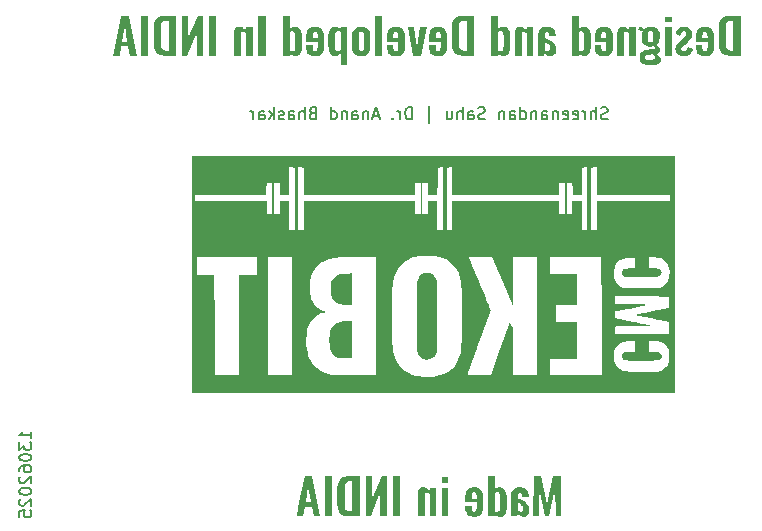
<source format=gbo>
%TF.GenerationSoftware,KiCad,Pcbnew,8.0.2*%
%TF.CreationDate,2025-06-13T16:45:19+05:30*%
%TF.ProjectId,final schematics,66696e61-6c20-4736-9368-656d61746963,1.0*%
%TF.SameCoordinates,Original*%
%TF.FileFunction,Legend,Bot*%
%TF.FilePolarity,Positive*%
%FSLAX46Y46*%
G04 Gerber Fmt 4.6, Leading zero omitted, Abs format (unit mm)*
G04 Created by KiCad (PCBNEW 8.0.2) date 2025-06-13 16:45:19*
%MOMM*%
%LPD*%
G01*
G04 APERTURE LIST*
%ADD10C,0.200000*%
%ADD11C,0.600000*%
%ADD12C,0.000000*%
G04 APERTURE END LIST*
D10*
G36*
X148252337Y-124990000D02*
G01*
X148193719Y-121587941D01*
X147551116Y-121587941D01*
X147067515Y-123944396D01*
X146564131Y-121587941D01*
X145942044Y-121587941D01*
X145879030Y-124990000D01*
X146341381Y-124990000D01*
X146391939Y-122625484D01*
X146874808Y-124990000D01*
X147248499Y-124990000D01*
X147740160Y-122616692D01*
X147786322Y-124990000D01*
X148252337Y-124990000D01*
G37*
G36*
X144870056Y-122533940D02*
G01*
X145034336Y-122568321D01*
X145172879Y-122627706D01*
X145297976Y-122724403D01*
X145321377Y-122750177D01*
X145409683Y-122887484D01*
X145464820Y-123038827D01*
X145495034Y-123193867D01*
X145507536Y-123343558D01*
X144961653Y-123364808D01*
X144952861Y-123217529D01*
X144934542Y-123076845D01*
X144871528Y-122982323D01*
X144751360Y-122948618D01*
X144629727Y-122986720D01*
X144573307Y-123095896D01*
X144568327Y-123123760D01*
X144558653Y-123272484D01*
X144558653Y-123482044D01*
X144627535Y-123506190D01*
X144774305Y-123562040D01*
X144917690Y-123622728D01*
X144971363Y-123647679D01*
X145103213Y-123718916D01*
X145232763Y-123805910D01*
X145267052Y-123832895D01*
X145373181Y-123939785D01*
X145457711Y-124066029D01*
X145494255Y-124148186D01*
X145531371Y-124300835D01*
X145541242Y-124448513D01*
X145527396Y-124579685D01*
X145478227Y-124723286D01*
X145406754Y-124837478D01*
X145295778Y-124942372D01*
X145164802Y-125006669D01*
X145012212Y-125028101D01*
X144975171Y-125027052D01*
X144821899Y-124994394D01*
X144693475Y-124908667D01*
X144686175Y-124901130D01*
X144594373Y-124781721D01*
X144533007Y-124641221D01*
X144531419Y-124651196D01*
X144508094Y-124798757D01*
X144500932Y-124844473D01*
X144478785Y-124990000D01*
X143962212Y-124990000D01*
X143963231Y-124981493D01*
X143981263Y-124834661D01*
X143986163Y-124789369D01*
X143998115Y-124637557D01*
X144001911Y-124544265D01*
X144003284Y-124444117D01*
X144558653Y-124444117D01*
X144617271Y-124511528D01*
X144701535Y-124576741D01*
X144801919Y-124603852D01*
X144825412Y-124602638D01*
X144951395Y-124526182D01*
X144983097Y-124459893D01*
X145003419Y-124313691D01*
X145002596Y-124282929D01*
X144969713Y-124137836D01*
X144960898Y-124118968D01*
X144877390Y-123997152D01*
X144854583Y-123973084D01*
X144736706Y-123877718D01*
X144689443Y-123846806D01*
X144558653Y-123767808D01*
X144558653Y-124444117D01*
X144003284Y-124444117D01*
X144003977Y-124393558D01*
X144003977Y-123272484D01*
X144009902Y-123148364D01*
X144036234Y-122998498D01*
X144091039Y-122851247D01*
X144172505Y-122726601D01*
X144268721Y-122638124D01*
X144406415Y-122568804D01*
X144554987Y-122534045D01*
X144705198Y-122524368D01*
X144870056Y-122533940D01*
G37*
G36*
X142606664Y-122713412D02*
G01*
X142678586Y-122655091D01*
X142810362Y-122577124D01*
X142903878Y-122542967D01*
X143051430Y-122524368D01*
X143116356Y-122527302D01*
X143264903Y-122562390D01*
X143392149Y-122644535D01*
X143443705Y-122700715D01*
X143522151Y-122825886D01*
X143574598Y-122965471D01*
X143606720Y-123109976D01*
X143625509Y-123266430D01*
X143631018Y-123419030D01*
X143631018Y-124162749D01*
X143630437Y-124218476D01*
X143621722Y-124374050D01*
X143598335Y-124533543D01*
X143554177Y-124686797D01*
X143482274Y-124822205D01*
X143453018Y-124859001D01*
X143337727Y-124955515D01*
X143195103Y-125011815D01*
X143043370Y-125028101D01*
X142953897Y-125020167D01*
X142812561Y-124971681D01*
X142719055Y-124914099D01*
X142606664Y-124817808D01*
X142606664Y-124990000D01*
X142035136Y-124990000D01*
X142035136Y-122994780D01*
X142606664Y-122994780D01*
X142606664Y-124553293D01*
X142728297Y-124611912D01*
X142833077Y-124633161D01*
X142973761Y-124576741D01*
X142985359Y-124561834D01*
X143038974Y-124422868D01*
X143048569Y-124353429D01*
X143055826Y-124204515D01*
X143055826Y-123297397D01*
X143047845Y-123175593D01*
X143007466Y-123026287D01*
X142974468Y-122972449D01*
X142837473Y-122914912D01*
X142715840Y-122938360D01*
X142606664Y-122994780D01*
X142035136Y-122994780D01*
X142035136Y-121587941D01*
X142606664Y-121587941D01*
X142606664Y-122713412D01*
G37*
G36*
X141013883Y-122532366D02*
G01*
X141169314Y-122563867D01*
X141313398Y-122625484D01*
X141394502Y-122681767D01*
X141494691Y-122789032D01*
X141569120Y-122923705D01*
X141579058Y-122948707D01*
X141622254Y-123099210D01*
X141644694Y-123255115D01*
X141651186Y-123410969D01*
X141651186Y-124141500D01*
X141650865Y-124176353D01*
X141641489Y-124325330D01*
X141615843Y-124475768D01*
X141569120Y-124622903D01*
X141522455Y-124716554D01*
X141431333Y-124834535D01*
X141314863Y-124925519D01*
X141184620Y-124983923D01*
X141030653Y-125018084D01*
X140870097Y-125028101D01*
X140735115Y-125021172D01*
X140576296Y-124990374D01*
X140426527Y-124926277D01*
X140307362Y-124830997D01*
X140226578Y-124721317D01*
X140163286Y-124572199D01*
X140131550Y-124416780D01*
X140122714Y-124263133D01*
X140122714Y-124099734D01*
X140656140Y-124099734D01*
X140656140Y-124301235D01*
X140656472Y-124326880D01*
X140677390Y-124475624D01*
X140744068Y-124580404D01*
X140865701Y-124616308D01*
X140988066Y-124582602D01*
X141061339Y-124473426D01*
X141072320Y-124427612D01*
X141084054Y-124279986D01*
X141084054Y-123801514D01*
X140118318Y-123801514D01*
X140118318Y-123457131D01*
X140118590Y-123420206D01*
X140125200Y-123289337D01*
X140656140Y-123289337D01*
X140656140Y-123520146D01*
X141084054Y-123520146D01*
X141084054Y-123352351D01*
X141081630Y-123248516D01*
X141063538Y-123100293D01*
X140996127Y-122974263D01*
X140874494Y-122936161D01*
X140744068Y-122972065D01*
X140677390Y-123085638D01*
X140666184Y-123138904D01*
X140656140Y-123289337D01*
X140125200Y-123289337D01*
X140126543Y-123262754D01*
X140148296Y-123104531D01*
X140187927Y-122950816D01*
X140222513Y-122864508D01*
X140302524Y-122738576D01*
X140418736Y-122633545D01*
X140428937Y-122626828D01*
X140570995Y-122562857D01*
X140717083Y-122533004D01*
X140870097Y-122524368D01*
X141013883Y-122532366D01*
G37*
G36*
X138695359Y-124990000D02*
G01*
X138695359Y-122562470D01*
X138123831Y-122562470D01*
X138123831Y-124990000D01*
X138695359Y-124990000D01*
G37*
G36*
X138695359Y-122176322D02*
G01*
X138695359Y-121701514D01*
X138123831Y-121701514D01*
X138123831Y-122176322D01*
X138695359Y-122176322D01*
G37*
G36*
X137671737Y-124990000D02*
G01*
X137671737Y-122562470D01*
X137100209Y-122562470D01*
X137100209Y-122805736D01*
X136983782Y-122704716D01*
X136861465Y-122622210D01*
X136825436Y-122602037D01*
X136684432Y-122546288D01*
X136533446Y-122524671D01*
X136512561Y-122524368D01*
X136362689Y-122547784D01*
X136273691Y-122598374D01*
X136177520Y-122715371D01*
X136143265Y-122793279D01*
X136108902Y-122936840D01*
X136100767Y-123057794D01*
X136100767Y-124990000D01*
X136672295Y-124990000D01*
X136672295Y-123171367D01*
X136696291Y-123023125D01*
X136706001Y-123003572D01*
X136835694Y-122944954D01*
X136964654Y-122978660D01*
X137091865Y-123055940D01*
X137100209Y-123062191D01*
X137100209Y-124990000D01*
X137671737Y-124990000D01*
G37*
G36*
X134606734Y-124990000D02*
G01*
X134606734Y-121587941D01*
X133994173Y-121587941D01*
X133994173Y-124990000D01*
X134606734Y-124990000D01*
G37*
G36*
X133468806Y-124990000D02*
G01*
X133468806Y-121587941D01*
X133036496Y-121587941D01*
X132209246Y-123528206D01*
X132209246Y-121587941D01*
X131696336Y-121587941D01*
X131696336Y-124990000D01*
X132108129Y-124990000D01*
X132939776Y-122957411D01*
X132939776Y-124990000D01*
X133468806Y-124990000D01*
G37*
G36*
X131179762Y-124990000D02*
G01*
X130352512Y-124990000D01*
X130327765Y-124989883D01*
X130163834Y-124982535D01*
X130016172Y-124963757D01*
X129867337Y-124928299D01*
X129725296Y-124870565D01*
X129697138Y-124855054D01*
X129571629Y-124762819D01*
X129471595Y-124646112D01*
X129397034Y-124504933D01*
X129349217Y-124357006D01*
X129319850Y-124208972D01*
X129302849Y-124045368D01*
X129298115Y-123889441D01*
X129298115Y-122646734D01*
X129299243Y-122604235D01*
X129928262Y-122604235D01*
X129928262Y-123906294D01*
X129928594Y-123957848D01*
X129934259Y-124111326D01*
X129949511Y-124261667D01*
X129975443Y-124360345D01*
X130063084Y-124482219D01*
X130075100Y-124491358D01*
X130215599Y-124545234D01*
X130369364Y-124557690D01*
X130558408Y-124557690D01*
X130558408Y-122029043D01*
X130378157Y-122029043D01*
X130219736Y-122040263D01*
X130079937Y-122087662D01*
X130023493Y-122135927D01*
X129957571Y-122272309D01*
X129952333Y-122296642D01*
X129933099Y-122450126D01*
X129928262Y-122604235D01*
X129299243Y-122604235D01*
X129301593Y-122515701D01*
X129317049Y-122354776D01*
X129349217Y-122192565D01*
X129397034Y-122050293D01*
X129409922Y-122021367D01*
X129490079Y-121890993D01*
X129596425Y-121784375D01*
X129728960Y-121701514D01*
X129758801Y-121687761D01*
X129910798Y-121636853D01*
X130070235Y-121606685D01*
X130228526Y-121591934D01*
X130378157Y-121587941D01*
X131179762Y-121587941D01*
X131179762Y-124990000D01*
G37*
G36*
X128824040Y-124990000D02*
G01*
X128824040Y-121587941D01*
X128211479Y-121587941D01*
X128211479Y-124990000D01*
X128824040Y-124990000D01*
G37*
G36*
X127858304Y-124990000D02*
G01*
X127275052Y-124990000D01*
X127135833Y-124204515D01*
X126543789Y-124204515D01*
X126409699Y-124990000D01*
X125834508Y-124990000D01*
X126070441Y-123809574D01*
X126611200Y-123809574D01*
X127072819Y-123809574D01*
X126842009Y-122381486D01*
X126611200Y-123809574D01*
X126070441Y-123809574D01*
X126514480Y-121587941D01*
X127178332Y-121587941D01*
X127858304Y-124990000D01*
G37*
D11*
G36*
X163453545Y-85990000D02*
G01*
X162626294Y-85990000D01*
X162601547Y-85989883D01*
X162437616Y-85982535D01*
X162289954Y-85963757D01*
X162141119Y-85928299D01*
X161999078Y-85870565D01*
X161970920Y-85855054D01*
X161845411Y-85762819D01*
X161745377Y-85646112D01*
X161670816Y-85504933D01*
X161622999Y-85357006D01*
X161593633Y-85208972D01*
X161576631Y-85045368D01*
X161571898Y-84889441D01*
X161571898Y-83646734D01*
X161573026Y-83604235D01*
X162202044Y-83604235D01*
X162202044Y-84906294D01*
X162202376Y-84957848D01*
X162208041Y-85111326D01*
X162223293Y-85261667D01*
X162249225Y-85360345D01*
X162336866Y-85482219D01*
X162348882Y-85491358D01*
X162489381Y-85545234D01*
X162643147Y-85557690D01*
X162832191Y-85557690D01*
X162832191Y-83029043D01*
X162651939Y-83029043D01*
X162493518Y-83040263D01*
X162353719Y-83087662D01*
X162297275Y-83135927D01*
X162231353Y-83272309D01*
X162226115Y-83296642D01*
X162206881Y-83450126D01*
X162202044Y-83604235D01*
X161573026Y-83604235D01*
X161575375Y-83515701D01*
X161590831Y-83354776D01*
X161622999Y-83192565D01*
X161670816Y-83050293D01*
X161683705Y-83021367D01*
X161763861Y-82890993D01*
X161870207Y-82784375D01*
X162002742Y-82701514D01*
X162032584Y-82687761D01*
X162184580Y-82636853D01*
X162344017Y-82606685D01*
X162502308Y-82591934D01*
X162651939Y-82587941D01*
X163453545Y-82587941D01*
X163453545Y-85990000D01*
G37*
G36*
X160561636Y-83532366D02*
G01*
X160717067Y-83563867D01*
X160861151Y-83625484D01*
X160942255Y-83681767D01*
X161042444Y-83789032D01*
X161116873Y-83923705D01*
X161126811Y-83948707D01*
X161170007Y-84099210D01*
X161192447Y-84255115D01*
X161198939Y-84410969D01*
X161198939Y-85141500D01*
X161198618Y-85176353D01*
X161189242Y-85325330D01*
X161163596Y-85475768D01*
X161116873Y-85622903D01*
X161070208Y-85716554D01*
X160979086Y-85834535D01*
X160862616Y-85925519D01*
X160732373Y-85983923D01*
X160578406Y-86018084D01*
X160417850Y-86028101D01*
X160282868Y-86021172D01*
X160124049Y-85990374D01*
X159974280Y-85926277D01*
X159855115Y-85830997D01*
X159774331Y-85721317D01*
X159711039Y-85572199D01*
X159679303Y-85416780D01*
X159670467Y-85263133D01*
X159670467Y-85099734D01*
X160203893Y-85099734D01*
X160203893Y-85301235D01*
X160204225Y-85326880D01*
X160225143Y-85475624D01*
X160291821Y-85580404D01*
X160413454Y-85616308D01*
X160535819Y-85582602D01*
X160609092Y-85473426D01*
X160620073Y-85427612D01*
X160631807Y-85279986D01*
X160631807Y-84801514D01*
X159666071Y-84801514D01*
X159666071Y-84457131D01*
X159666343Y-84420206D01*
X159672953Y-84289337D01*
X160203893Y-84289337D01*
X160203893Y-84520146D01*
X160631807Y-84520146D01*
X160631807Y-84352351D01*
X160629383Y-84248516D01*
X160611290Y-84100293D01*
X160543879Y-83974263D01*
X160422247Y-83936161D01*
X160291821Y-83972065D01*
X160225143Y-84085638D01*
X160213937Y-84138904D01*
X160203893Y-84289337D01*
X159672953Y-84289337D01*
X159674296Y-84262754D01*
X159696049Y-84104531D01*
X159735680Y-83950816D01*
X159770266Y-83864508D01*
X159850277Y-83738576D01*
X159966489Y-83633545D01*
X159976690Y-83626828D01*
X160118748Y-83562857D01*
X160264836Y-83533004D01*
X160417850Y-83524368D01*
X160561636Y-83532366D01*
G37*
G36*
X158620467Y-86028101D02*
G01*
X158766830Y-86017843D01*
X158915284Y-85981779D01*
X159060113Y-85911254D01*
X159124584Y-85863970D01*
X159236755Y-85746719D01*
X159318865Y-85616110D01*
X159376865Y-85480063D01*
X159405952Y-85385498D01*
X158981702Y-85221367D01*
X158935182Y-85366398D01*
X158862985Y-85503395D01*
X158847613Y-85523984D01*
X158729726Y-85611472D01*
X158628527Y-85628764D01*
X158487503Y-85587241D01*
X158477585Y-85578206D01*
X158427027Y-85439720D01*
X158464593Y-85294051D01*
X158488576Y-85257271D01*
X158591018Y-85145869D01*
X158695938Y-85053572D01*
X158989762Y-84805910D01*
X159101011Y-84700775D01*
X159202228Y-84585251D01*
X159248415Y-84522344D01*
X159316035Y-84381374D01*
X159344919Y-84225357D01*
X159347334Y-84158911D01*
X159332460Y-84007601D01*
X159283172Y-83865749D01*
X159257208Y-83820390D01*
X159157377Y-83702345D01*
X159037765Y-83617154D01*
X159008813Y-83602037D01*
X158864237Y-83548943D01*
X158717931Y-83526264D01*
X158658569Y-83524368D01*
X158498026Y-83538162D01*
X158356842Y-83579546D01*
X158222676Y-83657885D01*
X158175701Y-83698757D01*
X158074893Y-83818198D01*
X157998701Y-83958533D01*
X157951174Y-84102698D01*
X157939762Y-84154515D01*
X158326643Y-84314249D01*
X158368546Y-84171230D01*
X158387459Y-84127404D01*
X158470922Y-84004451D01*
X158490041Y-83986720D01*
X158630734Y-83931980D01*
X158641716Y-83931765D01*
X158779068Y-83983339D01*
X158782400Y-83986720D01*
X158834424Y-84125205D01*
X158780972Y-84262978D01*
X158773607Y-84272484D01*
X158671065Y-84380691D01*
X158599218Y-84444675D01*
X158300997Y-84712854D01*
X158189854Y-84817308D01*
X158117083Y-84893838D01*
X158026845Y-85010067D01*
X157969804Y-85110725D01*
X157921813Y-85256450D01*
X157910453Y-85385498D01*
X157923745Y-85533292D01*
X157972852Y-85682016D01*
X158004975Y-85737941D01*
X158100585Y-85849779D01*
X158222000Y-85935251D01*
X158261430Y-85954829D01*
X158409853Y-86004917D01*
X158559731Y-86026312D01*
X158620467Y-86028101D01*
G37*
G36*
X157583656Y-85990000D02*
G01*
X157583656Y-83562470D01*
X157012128Y-83562470D01*
X157012128Y-85990000D01*
X157583656Y-85990000D01*
G37*
G36*
X157583656Y-83176322D02*
G01*
X157583656Y-82701514D01*
X157012128Y-82701514D01*
X157012128Y-83176322D01*
X157583656Y-83176322D01*
G37*
G36*
X155008623Y-83527288D02*
G01*
X155131946Y-83608632D01*
X155192139Y-83659765D01*
X155257521Y-83742953D01*
X155269699Y-83727277D01*
X155384005Y-83633545D01*
X155509840Y-83571386D01*
X155656629Y-83535030D01*
X155808255Y-83524368D01*
X155946193Y-83532019D01*
X156097625Y-83562149D01*
X156241297Y-83621088D01*
X156324004Y-83675356D01*
X156428487Y-83778911D01*
X156509476Y-83909050D01*
X156520656Y-83933291D01*
X156569252Y-84078583D01*
X156594497Y-84228249D01*
X156601800Y-84377264D01*
X156593213Y-84530965D01*
X156563933Y-84684830D01*
X156513872Y-84822763D01*
X156464505Y-84911744D01*
X156370189Y-85025809D01*
X156329651Y-85056827D01*
X156406199Y-85129629D01*
X156503614Y-85240418D01*
X156568304Y-85356317D01*
X156593740Y-85507131D01*
X156577415Y-85610274D01*
X156494822Y-85740139D01*
X156368007Y-85824353D01*
X156315590Y-85838387D01*
X156340536Y-85849098D01*
X156469909Y-85925519D01*
X156532563Y-85976076D01*
X156625247Y-86090383D01*
X156659628Y-86167045D01*
X156681667Y-86313133D01*
X156658161Y-86453965D01*
X156574689Y-86582044D01*
X156546628Y-86607587D01*
X156417946Y-86688484D01*
X156276468Y-86739581D01*
X156138323Y-86769617D01*
X155986843Y-86787185D01*
X155837564Y-86792337D01*
X155735558Y-86790477D01*
X155585223Y-86779761D01*
X155435036Y-86756319D01*
X155291681Y-86716133D01*
X155205043Y-86679574D01*
X155081481Y-86600422D01*
X154983203Y-86491186D01*
X154944659Y-86422604D01*
X154898195Y-86276634D01*
X154886503Y-86145338D01*
X155325387Y-86145338D01*
X155332485Y-86197911D01*
X155438960Y-86305073D01*
X155476906Y-86318371D01*
X155622943Y-86344743D01*
X155774549Y-86351235D01*
X155819024Y-86350790D01*
X155971420Y-86340126D01*
X156117466Y-86300676D01*
X156145752Y-86283660D01*
X156215652Y-86149734D01*
X156186343Y-86036161D01*
X156113070Y-85939441D01*
X156054120Y-85884604D01*
X155648520Y-85935045D01*
X155603268Y-85940403D01*
X155453614Y-85973147D01*
X155354696Y-86037627D01*
X155325387Y-86145338D01*
X154886503Y-86145338D01*
X154884284Y-86120425D01*
X154895413Y-85977972D01*
X154939239Y-85827792D01*
X155024968Y-85693977D01*
X155043169Y-85674786D01*
X155165273Y-85587141D01*
X155308585Y-85533761D01*
X155463872Y-85507131D01*
X155959197Y-85448513D01*
X155980724Y-85445898D01*
X156127725Y-85406015D01*
X156177550Y-85330544D01*
X156144577Y-85219902D01*
X156112956Y-85177956D01*
X155967094Y-85211135D01*
X155808255Y-85221367D01*
X155665165Y-85213253D01*
X155512473Y-85181296D01*
X155373747Y-85118785D01*
X155305045Y-85069483D01*
X155199037Y-84956154D01*
X155126085Y-84826427D01*
X155079362Y-84688580D01*
X155052033Y-84534975D01*
X155044019Y-84381660D01*
X155044264Y-84377264D01*
X155577445Y-84377264D01*
X155578257Y-84443248D01*
X155587704Y-84589755D01*
X155588358Y-84595357D01*
X155621409Y-84738499D01*
X155688820Y-84826427D01*
X155808255Y-84855736D01*
X155929888Y-84824228D01*
X156001695Y-84731905D01*
X156003237Y-84728075D01*
X156035401Y-84580963D01*
X156039297Y-84528412D01*
X156043461Y-84377264D01*
X156042823Y-84309039D01*
X156035401Y-84158911D01*
X156034833Y-84153174D01*
X155999497Y-84007969D01*
X155925491Y-83919309D01*
X155803859Y-83890000D01*
X155688820Y-83919309D01*
X155619211Y-84009434D01*
X155616163Y-84017154D01*
X155586238Y-84161109D01*
X155581232Y-84227313D01*
X155577445Y-84377264D01*
X155044264Y-84377264D01*
X155052463Y-84229848D01*
X155081255Y-84076078D01*
X155129574Y-83938737D01*
X155050614Y-83892198D01*
X155014324Y-83874917D01*
X154878422Y-83818925D01*
X154737006Y-83772763D01*
X154879888Y-83461353D01*
X155008623Y-83527288D01*
G37*
G36*
X154578736Y-85990000D02*
G01*
X154578736Y-83562470D01*
X154007208Y-83562470D01*
X154007208Y-83805736D01*
X153890782Y-83704716D01*
X153768465Y-83622210D01*
X153732435Y-83602037D01*
X153591431Y-83546288D01*
X153440445Y-83524671D01*
X153419560Y-83524368D01*
X153269688Y-83547784D01*
X153180690Y-83598374D01*
X153084520Y-83715371D01*
X153050265Y-83793279D01*
X153015901Y-83936840D01*
X153007766Y-84057794D01*
X153007766Y-85990000D01*
X153579295Y-85990000D01*
X153579295Y-84171367D01*
X153603290Y-84023125D01*
X153613000Y-84003572D01*
X153742693Y-83944954D01*
X153871653Y-83978660D01*
X153998865Y-84055940D01*
X154007208Y-84062191D01*
X154007208Y-85990000D01*
X154578736Y-85990000D01*
G37*
G36*
X151997505Y-83532366D02*
G01*
X152152936Y-83563867D01*
X152297020Y-83625484D01*
X152378124Y-83681767D01*
X152478313Y-83789032D01*
X152552742Y-83923705D01*
X152562680Y-83948707D01*
X152605876Y-84099210D01*
X152628316Y-84255115D01*
X152634808Y-84410969D01*
X152634808Y-85141500D01*
X152634487Y-85176353D01*
X152625110Y-85325330D01*
X152599465Y-85475768D01*
X152552742Y-85622903D01*
X152506076Y-85716554D01*
X152414955Y-85834535D01*
X152298485Y-85925519D01*
X152168242Y-85983923D01*
X152014275Y-86018084D01*
X151853719Y-86028101D01*
X151718737Y-86021172D01*
X151559918Y-85990374D01*
X151410149Y-85926277D01*
X151290983Y-85830997D01*
X151210200Y-85721317D01*
X151146908Y-85572199D01*
X151115172Y-85416780D01*
X151106336Y-85263133D01*
X151106336Y-85099734D01*
X151639762Y-85099734D01*
X151639762Y-85301235D01*
X151640094Y-85326880D01*
X151661011Y-85475624D01*
X151727690Y-85580404D01*
X151849323Y-85616308D01*
X151971688Y-85582602D01*
X152044961Y-85473426D01*
X152055941Y-85427612D01*
X152067676Y-85279986D01*
X152067676Y-84801514D01*
X151101939Y-84801514D01*
X151101939Y-84457131D01*
X151102211Y-84420206D01*
X151108822Y-84289337D01*
X151639762Y-84289337D01*
X151639762Y-84520146D01*
X152067676Y-84520146D01*
X152067676Y-84352351D01*
X152065251Y-84248516D01*
X152047159Y-84100293D01*
X151979748Y-83974263D01*
X151858115Y-83936161D01*
X151727690Y-83972065D01*
X151661011Y-84085638D01*
X151649806Y-84138904D01*
X151639762Y-84289337D01*
X151108822Y-84289337D01*
X151110165Y-84262754D01*
X151131918Y-84104531D01*
X151171549Y-83950816D01*
X151206135Y-83864508D01*
X151286146Y-83738576D01*
X151402358Y-83633545D01*
X151412559Y-83626828D01*
X151554617Y-83562857D01*
X151700705Y-83533004D01*
X151853719Y-83524368D01*
X151997505Y-83532366D01*
G37*
G36*
X149733203Y-83713412D02*
G01*
X149805124Y-83655091D01*
X149936901Y-83577124D01*
X150030416Y-83542967D01*
X150177969Y-83524368D01*
X150242895Y-83527302D01*
X150391442Y-83562390D01*
X150518688Y-83644535D01*
X150570244Y-83700715D01*
X150648690Y-83825886D01*
X150701137Y-83965471D01*
X150733259Y-84109976D01*
X150752047Y-84266430D01*
X150757557Y-84419030D01*
X150757557Y-85162749D01*
X150756976Y-85218476D01*
X150748261Y-85374050D01*
X150724874Y-85533543D01*
X150680716Y-85686797D01*
X150608813Y-85822205D01*
X150579556Y-85859001D01*
X150464266Y-85955515D01*
X150321642Y-86011815D01*
X150169909Y-86028101D01*
X150080436Y-86020167D01*
X149939099Y-85971681D01*
X149845593Y-85914099D01*
X149733203Y-85817808D01*
X149733203Y-85990000D01*
X149161674Y-85990000D01*
X149161674Y-83994780D01*
X149733203Y-83994780D01*
X149733203Y-85553293D01*
X149854836Y-85611912D01*
X149959616Y-85633161D01*
X150100300Y-85576741D01*
X150111897Y-85561834D01*
X150165512Y-85422868D01*
X150175107Y-85353429D01*
X150182365Y-85204515D01*
X150182365Y-84297397D01*
X150174384Y-84175593D01*
X150134005Y-84026287D01*
X150101007Y-83972449D01*
X149964012Y-83914912D01*
X149842379Y-83938360D01*
X149733203Y-83994780D01*
X149161674Y-83994780D01*
X149161674Y-82587941D01*
X149733203Y-82587941D01*
X149733203Y-83713412D01*
G37*
G36*
X147166448Y-83533940D02*
G01*
X147330728Y-83568321D01*
X147469271Y-83627706D01*
X147594368Y-83724403D01*
X147617769Y-83750177D01*
X147706075Y-83887484D01*
X147761213Y-84038827D01*
X147791426Y-84193867D01*
X147803928Y-84343558D01*
X147258046Y-84364808D01*
X147249253Y-84217529D01*
X147230935Y-84076845D01*
X147167920Y-83982323D01*
X147047752Y-83948618D01*
X146926120Y-83986720D01*
X146869699Y-84095896D01*
X146864719Y-84123760D01*
X146855045Y-84272484D01*
X146855045Y-84482044D01*
X146923927Y-84506190D01*
X147070697Y-84562040D01*
X147214082Y-84622728D01*
X147267756Y-84647679D01*
X147399605Y-84718916D01*
X147529155Y-84805910D01*
X147563445Y-84832895D01*
X147669573Y-84939785D01*
X147754103Y-85066029D01*
X147790648Y-85148186D01*
X147827763Y-85300835D01*
X147837634Y-85448513D01*
X147823788Y-85579685D01*
X147774619Y-85723286D01*
X147703146Y-85837478D01*
X147592170Y-85942372D01*
X147461195Y-86006669D01*
X147308604Y-86028101D01*
X147271563Y-86027052D01*
X147118291Y-85994394D01*
X146989867Y-85908667D01*
X146982568Y-85901130D01*
X146890765Y-85781721D01*
X146829399Y-85641221D01*
X146827811Y-85651196D01*
X146804487Y-85798757D01*
X146797324Y-85844473D01*
X146775177Y-85990000D01*
X146258604Y-85990000D01*
X146259623Y-85981493D01*
X146277655Y-85834661D01*
X146282555Y-85789369D01*
X146294508Y-85637557D01*
X146298303Y-85544265D01*
X146299676Y-85444117D01*
X146855045Y-85444117D01*
X146913663Y-85511528D01*
X146997927Y-85576741D01*
X147098311Y-85603852D01*
X147121804Y-85602638D01*
X147247787Y-85526182D01*
X147279489Y-85459893D01*
X147299811Y-85313691D01*
X147298988Y-85282929D01*
X147266106Y-85137836D01*
X147257290Y-85118968D01*
X147173782Y-84997152D01*
X147150976Y-84973084D01*
X147033098Y-84877718D01*
X146985835Y-84846806D01*
X146855045Y-84767808D01*
X146855045Y-85444117D01*
X146299676Y-85444117D01*
X146300369Y-85393558D01*
X146300369Y-84272484D01*
X146306294Y-84148364D01*
X146332627Y-83998498D01*
X146387431Y-83851247D01*
X146468897Y-83726601D01*
X146565113Y-83638124D01*
X146702807Y-83568804D01*
X146851379Y-83534045D01*
X147001591Y-83524368D01*
X147166448Y-83533940D01*
G37*
G36*
X145885645Y-85990000D02*
G01*
X145885645Y-83562470D01*
X145314117Y-83562470D01*
X145314117Y-83805736D01*
X145197690Y-83704716D01*
X145075373Y-83622210D01*
X145039344Y-83602037D01*
X144898340Y-83546288D01*
X144747354Y-83524671D01*
X144726468Y-83524368D01*
X144576597Y-83547784D01*
X144487599Y-83598374D01*
X144391428Y-83715371D01*
X144357173Y-83793279D01*
X144322809Y-83936840D01*
X144314675Y-84057794D01*
X144314675Y-85990000D01*
X144886203Y-85990000D01*
X144886203Y-84171367D01*
X144910199Y-84023125D01*
X144919909Y-84003572D01*
X145049602Y-83944954D01*
X145178562Y-83978660D01*
X145305773Y-84055940D01*
X145314117Y-84062191D01*
X145314117Y-85990000D01*
X145885645Y-85990000D01*
G37*
G36*
X142912965Y-83713412D02*
G01*
X142984887Y-83655091D01*
X143116664Y-83577124D01*
X143210179Y-83542967D01*
X143357732Y-83524368D01*
X143422657Y-83527302D01*
X143571205Y-83562390D01*
X143698450Y-83644535D01*
X143750007Y-83700715D01*
X143828452Y-83825886D01*
X143880900Y-83965471D01*
X143913022Y-84109976D01*
X143931810Y-84266430D01*
X143937320Y-84419030D01*
X143937320Y-85162749D01*
X143936739Y-85218476D01*
X143928023Y-85374050D01*
X143904637Y-85533543D01*
X143860478Y-85686797D01*
X143788576Y-85822205D01*
X143759319Y-85859001D01*
X143644029Y-85955515D01*
X143501404Y-86011815D01*
X143349672Y-86028101D01*
X143260198Y-86020167D01*
X143118862Y-85971681D01*
X143025356Y-85914099D01*
X142912965Y-85817808D01*
X142912965Y-85990000D01*
X142341437Y-85990000D01*
X142341437Y-83994780D01*
X142912965Y-83994780D01*
X142912965Y-85553293D01*
X143034598Y-85611912D01*
X143139378Y-85633161D01*
X143280062Y-85576741D01*
X143291660Y-85561834D01*
X143345275Y-85422868D01*
X143354870Y-85353429D01*
X143362128Y-85204515D01*
X143362128Y-84297397D01*
X143354147Y-84175593D01*
X143313768Y-84026287D01*
X143280769Y-83972449D01*
X143143775Y-83914912D01*
X143022142Y-83938360D01*
X142912965Y-83994780D01*
X142341437Y-83994780D01*
X142341437Y-82587941D01*
X142912965Y-82587941D01*
X142912965Y-83713412D01*
G37*
G36*
X140853265Y-85990000D02*
G01*
X140026015Y-85990000D01*
X140001268Y-85989883D01*
X139837337Y-85982535D01*
X139689675Y-85963757D01*
X139540840Y-85928299D01*
X139398799Y-85870565D01*
X139370641Y-85855054D01*
X139245132Y-85762819D01*
X139145098Y-85646112D01*
X139070537Y-85504933D01*
X139022720Y-85357006D01*
X138993353Y-85208972D01*
X138976352Y-85045368D01*
X138971618Y-84889441D01*
X138971618Y-83646734D01*
X138972746Y-83604235D01*
X139601765Y-83604235D01*
X139601765Y-84906294D01*
X139602097Y-84957848D01*
X139607762Y-85111326D01*
X139623014Y-85261667D01*
X139648946Y-85360345D01*
X139736587Y-85482219D01*
X139748603Y-85491358D01*
X139889102Y-85545234D01*
X140042868Y-85557690D01*
X140231912Y-85557690D01*
X140231912Y-83029043D01*
X140051660Y-83029043D01*
X139893239Y-83040263D01*
X139753440Y-83087662D01*
X139696996Y-83135927D01*
X139631074Y-83272309D01*
X139625836Y-83296642D01*
X139606602Y-83450126D01*
X139601765Y-83604235D01*
X138972746Y-83604235D01*
X138975096Y-83515701D01*
X138990552Y-83354776D01*
X139022720Y-83192565D01*
X139070537Y-83050293D01*
X139083425Y-83021367D01*
X139163582Y-82890993D01*
X139269928Y-82784375D01*
X139402463Y-82701514D01*
X139432304Y-82687761D01*
X139584301Y-82636853D01*
X139743738Y-82606685D01*
X139902029Y-82591934D01*
X140051660Y-82587941D01*
X140853265Y-82587941D01*
X140853265Y-85990000D01*
G37*
G36*
X137961357Y-83532366D02*
G01*
X138116788Y-83563867D01*
X138260872Y-83625484D01*
X138341976Y-83681767D01*
X138442165Y-83789032D01*
X138516594Y-83923705D01*
X138526532Y-83948707D01*
X138569728Y-84099210D01*
X138592168Y-84255115D01*
X138598660Y-84410969D01*
X138598660Y-85141500D01*
X138598339Y-85176353D01*
X138588962Y-85325330D01*
X138563317Y-85475768D01*
X138516594Y-85622903D01*
X138469928Y-85716554D01*
X138378807Y-85834535D01*
X138262337Y-85925519D01*
X138132094Y-85983923D01*
X137978127Y-86018084D01*
X137817571Y-86028101D01*
X137682589Y-86021172D01*
X137523770Y-85990374D01*
X137374001Y-85926277D01*
X137254836Y-85830997D01*
X137174052Y-85721317D01*
X137110760Y-85572199D01*
X137079024Y-85416780D01*
X137070188Y-85263133D01*
X137070188Y-85099734D01*
X137603614Y-85099734D01*
X137603614Y-85301235D01*
X137603946Y-85326880D01*
X137624863Y-85475624D01*
X137691542Y-85580404D01*
X137813175Y-85616308D01*
X137935540Y-85582602D01*
X138008813Y-85473426D01*
X138019793Y-85427612D01*
X138031528Y-85279986D01*
X138031528Y-84801514D01*
X137065792Y-84801514D01*
X137065792Y-84457131D01*
X137066063Y-84420206D01*
X137072674Y-84289337D01*
X137603614Y-84289337D01*
X137603614Y-84520146D01*
X138031528Y-84520146D01*
X138031528Y-84352351D01*
X138029103Y-84248516D01*
X138011011Y-84100293D01*
X137943600Y-83974263D01*
X137821967Y-83936161D01*
X137691542Y-83972065D01*
X137624863Y-84085638D01*
X137613658Y-84138904D01*
X137603614Y-84289337D01*
X137072674Y-84289337D01*
X137074017Y-84262754D01*
X137095770Y-84104531D01*
X137135401Y-83950816D01*
X137169987Y-83864508D01*
X137249998Y-83738576D01*
X137366210Y-83633545D01*
X137376411Y-83626828D01*
X137518469Y-83562857D01*
X137664557Y-83533004D01*
X137817571Y-83524368D01*
X137961357Y-83532366D01*
G37*
G36*
X136364570Y-85990000D02*
G01*
X136847438Y-83562470D01*
X136289099Y-83562470D01*
X136041437Y-85305631D01*
X135797438Y-83562470D01*
X135247159Y-83562470D01*
X135730760Y-85990000D01*
X136364570Y-85990000D01*
G37*
G36*
X134391503Y-83532366D02*
G01*
X134546934Y-83563867D01*
X134691018Y-83625484D01*
X134772122Y-83681767D01*
X134872311Y-83789032D01*
X134946741Y-83923705D01*
X134956678Y-83948707D01*
X134999875Y-84099210D01*
X135022315Y-84255115D01*
X135028806Y-84410969D01*
X135028806Y-85141500D01*
X135028486Y-85176353D01*
X135019109Y-85325330D01*
X134993463Y-85475768D01*
X134946741Y-85622903D01*
X134900075Y-85716554D01*
X134808953Y-85834535D01*
X134692484Y-85925519D01*
X134562241Y-85983923D01*
X134408274Y-86018084D01*
X134247718Y-86028101D01*
X134112735Y-86021172D01*
X133953916Y-85990374D01*
X133804148Y-85926277D01*
X133684982Y-85830997D01*
X133604199Y-85721317D01*
X133540906Y-85572199D01*
X133509170Y-85416780D01*
X133500334Y-85263133D01*
X133500334Y-85099734D01*
X134033761Y-85099734D01*
X134033761Y-85301235D01*
X134034093Y-85326880D01*
X134055010Y-85475624D01*
X134121688Y-85580404D01*
X134243321Y-85616308D01*
X134365687Y-85582602D01*
X134438960Y-85473426D01*
X134449940Y-85427612D01*
X134461674Y-85279986D01*
X134461674Y-84801514D01*
X133495938Y-84801514D01*
X133495938Y-84457131D01*
X133496210Y-84420206D01*
X133502820Y-84289337D01*
X134033761Y-84289337D01*
X134033761Y-84520146D01*
X134461674Y-84520146D01*
X134461674Y-84352351D01*
X134459250Y-84248516D01*
X134441158Y-84100293D01*
X134373747Y-83974263D01*
X134252114Y-83936161D01*
X134121688Y-83972065D01*
X134055010Y-84085638D01*
X134043804Y-84138904D01*
X134033761Y-84289337D01*
X133502820Y-84289337D01*
X133504163Y-84262754D01*
X133525916Y-84104531D01*
X133565547Y-83950816D01*
X133600134Y-83864508D01*
X133680144Y-83738576D01*
X133796357Y-83633545D01*
X133806558Y-83626828D01*
X133948615Y-83562857D01*
X134094703Y-83533004D01*
X134247718Y-83524368D01*
X134391503Y-83532366D01*
G37*
G36*
X133071688Y-85990000D02*
G01*
X133071688Y-82587941D01*
X132505289Y-82587941D01*
X132505289Y-85990000D01*
X133071688Y-85990000D01*
G37*
G36*
X131458290Y-83532193D02*
G01*
X131611383Y-83563008D01*
X131753510Y-83623286D01*
X131824741Y-83670876D01*
X131935261Y-83782140D01*
X132012163Y-83911249D01*
X132017437Y-83923141D01*
X132064404Y-84064160D01*
X132089520Y-84208588D01*
X132097892Y-84368471D01*
X132097892Y-85183265D01*
X132089520Y-85343535D01*
X132060972Y-85501816D01*
X132012163Y-85641221D01*
X131976726Y-85708944D01*
X131879266Y-85833938D01*
X131753510Y-85929183D01*
X131624219Y-85985501D01*
X131473109Y-86018441D01*
X131316803Y-86028101D01*
X131175143Y-86020277D01*
X131021365Y-85989461D01*
X130877899Y-85929183D01*
X130805846Y-85881594D01*
X130694545Y-85770330D01*
X130617780Y-85641221D01*
X130612461Y-85629327D01*
X130565093Y-85488206D01*
X130539762Y-85343535D01*
X130531318Y-85183265D01*
X130531318Y-84368471D01*
X130533292Y-84331102D01*
X131098450Y-84331102D01*
X131098450Y-85221367D01*
X131099229Y-85276963D01*
X131110907Y-85429462D01*
X131112595Y-85441123D01*
X131169525Y-85578939D01*
X131172459Y-85582275D01*
X131312407Y-85633161D01*
X131318403Y-85633108D01*
X131455289Y-85578939D01*
X131463668Y-85568287D01*
X131516106Y-85429462D01*
X131523834Y-85368525D01*
X131530760Y-85221367D01*
X131530760Y-84331102D01*
X131529844Y-84275644D01*
X131516106Y-84125205D01*
X131514151Y-84113805D01*
X131455289Y-83976461D01*
X131452355Y-83972945D01*
X131312407Y-83919309D01*
X131306411Y-83919364D01*
X131169525Y-83976461D01*
X131161166Y-83987356D01*
X131110907Y-84125205D01*
X131104885Y-84178818D01*
X131098450Y-84331102D01*
X130533292Y-84331102D01*
X130539762Y-84208588D01*
X130568554Y-84050567D01*
X130617780Y-83911249D01*
X130659529Y-83832855D01*
X130759575Y-83710149D01*
X130877899Y-83623286D01*
X131008441Y-83566969D01*
X131160283Y-83534028D01*
X131316803Y-83524368D01*
X131458290Y-83532193D01*
G37*
G36*
X129192712Y-83536149D02*
G01*
X129338436Y-83585917D01*
X129451920Y-83651627D01*
X129569246Y-83747117D01*
X129569246Y-83562470D01*
X130140774Y-83562470D01*
X130140774Y-86787941D01*
X129569246Y-86787941D01*
X129569246Y-85805352D01*
X129475600Y-85883531D01*
X129349427Y-85965087D01*
X129252945Y-86005886D01*
X129103230Y-86028101D01*
X129040891Y-86025239D01*
X128897563Y-85991007D01*
X128773503Y-85910865D01*
X128736451Y-85872067D01*
X128650218Y-85742878D01*
X128593251Y-85595792D01*
X128563112Y-85468065D01*
X128542852Y-85318144D01*
X128536099Y-85158353D01*
X128536099Y-84335498D01*
X128537160Y-84309853D01*
X129107627Y-84309853D01*
X129107627Y-85179602D01*
X129109058Y-85253833D01*
X129122281Y-85404549D01*
X129126403Y-85429542D01*
X129180900Y-85567948D01*
X129317187Y-85628764D01*
X129452009Y-85606050D01*
X129569246Y-85544501D01*
X129569246Y-84011632D01*
X129454207Y-83938360D01*
X129321584Y-83906852D01*
X129187494Y-83961807D01*
X129181839Y-83968725D01*
X129124480Y-84106154D01*
X129116333Y-84158705D01*
X129107627Y-84309853D01*
X128537160Y-84309853D01*
X128541251Y-84210970D01*
X128559546Y-84064389D01*
X128586434Y-83944516D01*
X128641612Y-83799874D01*
X128696857Y-83707242D01*
X128805010Y-83600572D01*
X128924628Y-83543419D01*
X129073921Y-83524368D01*
X129192712Y-83536149D01*
G37*
G36*
X127550750Y-83532366D02*
G01*
X127706180Y-83563867D01*
X127850265Y-83625484D01*
X127931369Y-83681767D01*
X128031558Y-83789032D01*
X128105987Y-83923705D01*
X128115925Y-83948707D01*
X128159121Y-84099210D01*
X128181561Y-84255115D01*
X128188053Y-84410969D01*
X128188053Y-85141500D01*
X128187732Y-85176353D01*
X128178355Y-85325330D01*
X128152710Y-85475768D01*
X128105987Y-85622903D01*
X128059321Y-85716554D01*
X127968200Y-85834535D01*
X127851730Y-85925519D01*
X127721487Y-85983923D01*
X127567520Y-86018084D01*
X127406964Y-86028101D01*
X127271982Y-86021172D01*
X127113163Y-85990374D01*
X126963394Y-85926277D01*
X126844228Y-85830997D01*
X126763445Y-85721317D01*
X126700153Y-85572199D01*
X126668416Y-85416780D01*
X126659581Y-85263133D01*
X126659581Y-85099734D01*
X127193007Y-85099734D01*
X127193007Y-85301235D01*
X127193339Y-85326880D01*
X127214256Y-85475624D01*
X127280935Y-85580404D01*
X127402568Y-85616308D01*
X127524933Y-85582602D01*
X127598206Y-85473426D01*
X127609186Y-85427612D01*
X127620921Y-85279986D01*
X127620921Y-84801514D01*
X126655184Y-84801514D01*
X126655184Y-84457131D01*
X126655456Y-84420206D01*
X126662067Y-84289337D01*
X127193007Y-84289337D01*
X127193007Y-84520146D01*
X127620921Y-84520146D01*
X127620921Y-84352351D01*
X127618496Y-84248516D01*
X127600404Y-84100293D01*
X127532993Y-83974263D01*
X127411360Y-83936161D01*
X127280935Y-83972065D01*
X127214256Y-84085638D01*
X127203051Y-84138904D01*
X127193007Y-84289337D01*
X126662067Y-84289337D01*
X126663410Y-84262754D01*
X126685163Y-84104531D01*
X126724794Y-83950816D01*
X126759380Y-83864508D01*
X126839391Y-83738576D01*
X126955603Y-83633545D01*
X126965804Y-83626828D01*
X127107862Y-83562857D01*
X127253950Y-83533004D01*
X127406964Y-83524368D01*
X127550750Y-83532366D01*
G37*
G36*
X125286448Y-83713412D02*
G01*
X125358369Y-83655091D01*
X125490146Y-83577124D01*
X125583661Y-83542967D01*
X125731214Y-83524368D01*
X125796140Y-83527302D01*
X125944687Y-83562390D01*
X126071933Y-83644535D01*
X126123489Y-83700715D01*
X126201935Y-83825886D01*
X126254382Y-83965471D01*
X126286504Y-84109976D01*
X126305292Y-84266430D01*
X126310802Y-84419030D01*
X126310802Y-85162749D01*
X126310221Y-85218476D01*
X126301506Y-85374050D01*
X126278119Y-85533543D01*
X126233961Y-85686797D01*
X126162058Y-85822205D01*
X126132801Y-85859001D01*
X126017511Y-85955515D01*
X125874886Y-86011815D01*
X125723154Y-86028101D01*
X125633681Y-86020167D01*
X125492344Y-85971681D01*
X125398838Y-85914099D01*
X125286448Y-85817808D01*
X125286448Y-85990000D01*
X124714919Y-85990000D01*
X124714919Y-83994780D01*
X125286448Y-83994780D01*
X125286448Y-85553293D01*
X125408080Y-85611912D01*
X125512861Y-85633161D01*
X125653545Y-85576741D01*
X125665142Y-85561834D01*
X125718757Y-85422868D01*
X125728352Y-85353429D01*
X125735610Y-85204515D01*
X125735610Y-84297397D01*
X125727629Y-84175593D01*
X125687250Y-84026287D01*
X125654251Y-83972449D01*
X125517257Y-83914912D01*
X125395624Y-83938360D01*
X125286448Y-83994780D01*
X124714919Y-83994780D01*
X124714919Y-82587941D01*
X125286448Y-82587941D01*
X125286448Y-83713412D01*
G37*
G36*
X123209895Y-85990000D02*
G01*
X123209895Y-82587941D01*
X122597334Y-82587941D01*
X122597334Y-85990000D01*
X123209895Y-85990000D01*
G37*
G36*
X122110069Y-85990000D02*
G01*
X122110069Y-83562470D01*
X121538541Y-83562470D01*
X121538541Y-83805736D01*
X121422114Y-83704716D01*
X121299797Y-83622210D01*
X121263768Y-83602037D01*
X121122764Y-83546288D01*
X120971778Y-83524671D01*
X120950893Y-83524368D01*
X120801021Y-83547784D01*
X120712023Y-83598374D01*
X120615853Y-83715371D01*
X120581598Y-83793279D01*
X120547234Y-83936840D01*
X120539099Y-84057794D01*
X120539099Y-85990000D01*
X121110628Y-85990000D01*
X121110628Y-84171367D01*
X121134623Y-84023125D01*
X121144333Y-84003572D01*
X121274026Y-83944954D01*
X121402986Y-83978660D01*
X121530198Y-84055940D01*
X121538541Y-84062191D01*
X121538541Y-85990000D01*
X122110069Y-85990000D01*
G37*
G36*
X119045066Y-85990000D02*
G01*
X119045066Y-82587941D01*
X118432505Y-82587941D01*
X118432505Y-85990000D01*
X119045066Y-85990000D01*
G37*
G36*
X117907138Y-85990000D02*
G01*
X117907138Y-82587941D01*
X117474829Y-82587941D01*
X116647578Y-84528206D01*
X116647578Y-82587941D01*
X116134668Y-82587941D01*
X116134668Y-85990000D01*
X116546461Y-85990000D01*
X117378108Y-83957411D01*
X117378108Y-85990000D01*
X117907138Y-85990000D01*
G37*
G36*
X115618094Y-85990000D02*
G01*
X114790844Y-85990000D01*
X114766097Y-85989883D01*
X114602166Y-85982535D01*
X114454504Y-85963757D01*
X114305669Y-85928299D01*
X114163628Y-85870565D01*
X114135470Y-85855054D01*
X114009961Y-85762819D01*
X113909927Y-85646112D01*
X113835366Y-85504933D01*
X113787549Y-85357006D01*
X113758183Y-85208972D01*
X113741181Y-85045368D01*
X113736448Y-84889441D01*
X113736448Y-83646734D01*
X113737576Y-83604235D01*
X114366594Y-83604235D01*
X114366594Y-84906294D01*
X114366926Y-84957848D01*
X114372591Y-85111326D01*
X114387843Y-85261667D01*
X114413775Y-85360345D01*
X114501416Y-85482219D01*
X114513432Y-85491358D01*
X114653931Y-85545234D01*
X114807697Y-85557690D01*
X114996741Y-85557690D01*
X114996741Y-83029043D01*
X114816489Y-83029043D01*
X114658068Y-83040263D01*
X114518269Y-83087662D01*
X114461825Y-83135927D01*
X114395903Y-83272309D01*
X114390665Y-83296642D01*
X114371431Y-83450126D01*
X114366594Y-83604235D01*
X113737576Y-83604235D01*
X113739925Y-83515701D01*
X113755381Y-83354776D01*
X113787549Y-83192565D01*
X113835366Y-83050293D01*
X113848254Y-83021367D01*
X113928411Y-82890993D01*
X114034757Y-82784375D01*
X114167292Y-82701514D01*
X114197133Y-82687761D01*
X114349130Y-82636853D01*
X114508567Y-82606685D01*
X114666858Y-82591934D01*
X114816489Y-82587941D01*
X115618094Y-82587941D01*
X115618094Y-85990000D01*
G37*
G36*
X113262372Y-85990000D02*
G01*
X113262372Y-82587941D01*
X112649811Y-82587941D01*
X112649811Y-85990000D01*
X113262372Y-85990000D01*
G37*
G36*
X112296636Y-85990000D02*
G01*
X111713384Y-85990000D01*
X111574166Y-85204515D01*
X110982121Y-85204515D01*
X110848032Y-85990000D01*
X110272840Y-85990000D01*
X110508773Y-84809574D01*
X111049532Y-84809574D01*
X111511151Y-84809574D01*
X111280341Y-83381486D01*
X111049532Y-84809574D01*
X110508773Y-84809574D01*
X110952812Y-82587941D01*
X111616664Y-82587941D01*
X112296636Y-85990000D01*
G37*
D10*
X103367219Y-118393482D02*
X103367219Y-117822054D01*
X103367219Y-118107768D02*
X102367219Y-118107768D01*
X102367219Y-118107768D02*
X102510076Y-118012530D01*
X102510076Y-118012530D02*
X102605314Y-117917292D01*
X102605314Y-117917292D02*
X102652933Y-117822054D01*
X102367219Y-118726816D02*
X102367219Y-119345863D01*
X102367219Y-119345863D02*
X102748171Y-119012530D01*
X102748171Y-119012530D02*
X102748171Y-119155387D01*
X102748171Y-119155387D02*
X102795790Y-119250625D01*
X102795790Y-119250625D02*
X102843409Y-119298244D01*
X102843409Y-119298244D02*
X102938647Y-119345863D01*
X102938647Y-119345863D02*
X103176742Y-119345863D01*
X103176742Y-119345863D02*
X103271980Y-119298244D01*
X103271980Y-119298244D02*
X103319600Y-119250625D01*
X103319600Y-119250625D02*
X103367219Y-119155387D01*
X103367219Y-119155387D02*
X103367219Y-118869673D01*
X103367219Y-118869673D02*
X103319600Y-118774435D01*
X103319600Y-118774435D02*
X103271980Y-118726816D01*
X102367219Y-119964911D02*
X102367219Y-120060149D01*
X102367219Y-120060149D02*
X102414838Y-120155387D01*
X102414838Y-120155387D02*
X102462457Y-120203006D01*
X102462457Y-120203006D02*
X102557695Y-120250625D01*
X102557695Y-120250625D02*
X102748171Y-120298244D01*
X102748171Y-120298244D02*
X102986266Y-120298244D01*
X102986266Y-120298244D02*
X103176742Y-120250625D01*
X103176742Y-120250625D02*
X103271980Y-120203006D01*
X103271980Y-120203006D02*
X103319600Y-120155387D01*
X103319600Y-120155387D02*
X103367219Y-120060149D01*
X103367219Y-120060149D02*
X103367219Y-119964911D01*
X103367219Y-119964911D02*
X103319600Y-119869673D01*
X103319600Y-119869673D02*
X103271980Y-119822054D01*
X103271980Y-119822054D02*
X103176742Y-119774435D01*
X103176742Y-119774435D02*
X102986266Y-119726816D01*
X102986266Y-119726816D02*
X102748171Y-119726816D01*
X102748171Y-119726816D02*
X102557695Y-119774435D01*
X102557695Y-119774435D02*
X102462457Y-119822054D01*
X102462457Y-119822054D02*
X102414838Y-119869673D01*
X102414838Y-119869673D02*
X102367219Y-119964911D01*
X102367219Y-121155387D02*
X102367219Y-120964911D01*
X102367219Y-120964911D02*
X102414838Y-120869673D01*
X102414838Y-120869673D02*
X102462457Y-120822054D01*
X102462457Y-120822054D02*
X102605314Y-120726816D01*
X102605314Y-120726816D02*
X102795790Y-120679197D01*
X102795790Y-120679197D02*
X103176742Y-120679197D01*
X103176742Y-120679197D02*
X103271980Y-120726816D01*
X103271980Y-120726816D02*
X103319600Y-120774435D01*
X103319600Y-120774435D02*
X103367219Y-120869673D01*
X103367219Y-120869673D02*
X103367219Y-121060149D01*
X103367219Y-121060149D02*
X103319600Y-121155387D01*
X103319600Y-121155387D02*
X103271980Y-121203006D01*
X103271980Y-121203006D02*
X103176742Y-121250625D01*
X103176742Y-121250625D02*
X102938647Y-121250625D01*
X102938647Y-121250625D02*
X102843409Y-121203006D01*
X102843409Y-121203006D02*
X102795790Y-121155387D01*
X102795790Y-121155387D02*
X102748171Y-121060149D01*
X102748171Y-121060149D02*
X102748171Y-120869673D01*
X102748171Y-120869673D02*
X102795790Y-120774435D01*
X102795790Y-120774435D02*
X102843409Y-120726816D01*
X102843409Y-120726816D02*
X102938647Y-120679197D01*
X102462457Y-121631578D02*
X102414838Y-121679197D01*
X102414838Y-121679197D02*
X102367219Y-121774435D01*
X102367219Y-121774435D02*
X102367219Y-122012530D01*
X102367219Y-122012530D02*
X102414838Y-122107768D01*
X102414838Y-122107768D02*
X102462457Y-122155387D01*
X102462457Y-122155387D02*
X102557695Y-122203006D01*
X102557695Y-122203006D02*
X102652933Y-122203006D01*
X102652933Y-122203006D02*
X102795790Y-122155387D01*
X102795790Y-122155387D02*
X103367219Y-121583959D01*
X103367219Y-121583959D02*
X103367219Y-122203006D01*
X102367219Y-122822054D02*
X102367219Y-122917292D01*
X102367219Y-122917292D02*
X102414838Y-123012530D01*
X102414838Y-123012530D02*
X102462457Y-123060149D01*
X102462457Y-123060149D02*
X102557695Y-123107768D01*
X102557695Y-123107768D02*
X102748171Y-123155387D01*
X102748171Y-123155387D02*
X102986266Y-123155387D01*
X102986266Y-123155387D02*
X103176742Y-123107768D01*
X103176742Y-123107768D02*
X103271980Y-123060149D01*
X103271980Y-123060149D02*
X103319600Y-123012530D01*
X103319600Y-123012530D02*
X103367219Y-122917292D01*
X103367219Y-122917292D02*
X103367219Y-122822054D01*
X103367219Y-122822054D02*
X103319600Y-122726816D01*
X103319600Y-122726816D02*
X103271980Y-122679197D01*
X103271980Y-122679197D02*
X103176742Y-122631578D01*
X103176742Y-122631578D02*
X102986266Y-122583959D01*
X102986266Y-122583959D02*
X102748171Y-122583959D01*
X102748171Y-122583959D02*
X102557695Y-122631578D01*
X102557695Y-122631578D02*
X102462457Y-122679197D01*
X102462457Y-122679197D02*
X102414838Y-122726816D01*
X102414838Y-122726816D02*
X102367219Y-122822054D01*
X102462457Y-123536340D02*
X102414838Y-123583959D01*
X102414838Y-123583959D02*
X102367219Y-123679197D01*
X102367219Y-123679197D02*
X102367219Y-123917292D01*
X102367219Y-123917292D02*
X102414838Y-124012530D01*
X102414838Y-124012530D02*
X102462457Y-124060149D01*
X102462457Y-124060149D02*
X102557695Y-124107768D01*
X102557695Y-124107768D02*
X102652933Y-124107768D01*
X102652933Y-124107768D02*
X102795790Y-124060149D01*
X102795790Y-124060149D02*
X103367219Y-123488721D01*
X103367219Y-123488721D02*
X103367219Y-124107768D01*
X102367219Y-125012530D02*
X102367219Y-124536340D01*
X102367219Y-124536340D02*
X102843409Y-124488721D01*
X102843409Y-124488721D02*
X102795790Y-124536340D01*
X102795790Y-124536340D02*
X102748171Y-124631578D01*
X102748171Y-124631578D02*
X102748171Y-124869673D01*
X102748171Y-124869673D02*
X102795790Y-124964911D01*
X102795790Y-124964911D02*
X102843409Y-125012530D01*
X102843409Y-125012530D02*
X102938647Y-125060149D01*
X102938647Y-125060149D02*
X103176742Y-125060149D01*
X103176742Y-125060149D02*
X103271980Y-125012530D01*
X103271980Y-125012530D02*
X103319600Y-124964911D01*
X103319600Y-124964911D02*
X103367219Y-124869673D01*
X103367219Y-124869673D02*
X103367219Y-124631578D01*
X103367219Y-124631578D02*
X103319600Y-124536340D01*
X103319600Y-124536340D02*
X103271980Y-124488721D01*
X152177945Y-91319600D02*
X152035088Y-91367219D01*
X152035088Y-91367219D02*
X151796993Y-91367219D01*
X151796993Y-91367219D02*
X151701755Y-91319600D01*
X151701755Y-91319600D02*
X151654136Y-91271980D01*
X151654136Y-91271980D02*
X151606517Y-91176742D01*
X151606517Y-91176742D02*
X151606517Y-91081504D01*
X151606517Y-91081504D02*
X151654136Y-90986266D01*
X151654136Y-90986266D02*
X151701755Y-90938647D01*
X151701755Y-90938647D02*
X151796993Y-90891028D01*
X151796993Y-90891028D02*
X151987469Y-90843409D01*
X151987469Y-90843409D02*
X152082707Y-90795790D01*
X152082707Y-90795790D02*
X152130326Y-90748171D01*
X152130326Y-90748171D02*
X152177945Y-90652933D01*
X152177945Y-90652933D02*
X152177945Y-90557695D01*
X152177945Y-90557695D02*
X152130326Y-90462457D01*
X152130326Y-90462457D02*
X152082707Y-90414838D01*
X152082707Y-90414838D02*
X151987469Y-90367219D01*
X151987469Y-90367219D02*
X151749374Y-90367219D01*
X151749374Y-90367219D02*
X151606517Y-90414838D01*
X151177945Y-91367219D02*
X151177945Y-90367219D01*
X150749374Y-91367219D02*
X150749374Y-90843409D01*
X150749374Y-90843409D02*
X150796993Y-90748171D01*
X150796993Y-90748171D02*
X150892231Y-90700552D01*
X150892231Y-90700552D02*
X151035088Y-90700552D01*
X151035088Y-90700552D02*
X151130326Y-90748171D01*
X151130326Y-90748171D02*
X151177945Y-90795790D01*
X150273183Y-91367219D02*
X150273183Y-90700552D01*
X150273183Y-90891028D02*
X150225564Y-90795790D01*
X150225564Y-90795790D02*
X150177945Y-90748171D01*
X150177945Y-90748171D02*
X150082707Y-90700552D01*
X150082707Y-90700552D02*
X149987469Y-90700552D01*
X149273183Y-91319600D02*
X149368421Y-91367219D01*
X149368421Y-91367219D02*
X149558897Y-91367219D01*
X149558897Y-91367219D02*
X149654135Y-91319600D01*
X149654135Y-91319600D02*
X149701754Y-91224361D01*
X149701754Y-91224361D02*
X149701754Y-90843409D01*
X149701754Y-90843409D02*
X149654135Y-90748171D01*
X149654135Y-90748171D02*
X149558897Y-90700552D01*
X149558897Y-90700552D02*
X149368421Y-90700552D01*
X149368421Y-90700552D02*
X149273183Y-90748171D01*
X149273183Y-90748171D02*
X149225564Y-90843409D01*
X149225564Y-90843409D02*
X149225564Y-90938647D01*
X149225564Y-90938647D02*
X149701754Y-91033885D01*
X148416040Y-91319600D02*
X148511278Y-91367219D01*
X148511278Y-91367219D02*
X148701754Y-91367219D01*
X148701754Y-91367219D02*
X148796992Y-91319600D01*
X148796992Y-91319600D02*
X148844611Y-91224361D01*
X148844611Y-91224361D02*
X148844611Y-90843409D01*
X148844611Y-90843409D02*
X148796992Y-90748171D01*
X148796992Y-90748171D02*
X148701754Y-90700552D01*
X148701754Y-90700552D02*
X148511278Y-90700552D01*
X148511278Y-90700552D02*
X148416040Y-90748171D01*
X148416040Y-90748171D02*
X148368421Y-90843409D01*
X148368421Y-90843409D02*
X148368421Y-90938647D01*
X148368421Y-90938647D02*
X148844611Y-91033885D01*
X147939849Y-90700552D02*
X147939849Y-91367219D01*
X147939849Y-90795790D02*
X147892230Y-90748171D01*
X147892230Y-90748171D02*
X147796992Y-90700552D01*
X147796992Y-90700552D02*
X147654135Y-90700552D01*
X147654135Y-90700552D02*
X147558897Y-90748171D01*
X147558897Y-90748171D02*
X147511278Y-90843409D01*
X147511278Y-90843409D02*
X147511278Y-91367219D01*
X146606516Y-91367219D02*
X146606516Y-90843409D01*
X146606516Y-90843409D02*
X146654135Y-90748171D01*
X146654135Y-90748171D02*
X146749373Y-90700552D01*
X146749373Y-90700552D02*
X146939849Y-90700552D01*
X146939849Y-90700552D02*
X147035087Y-90748171D01*
X146606516Y-91319600D02*
X146701754Y-91367219D01*
X146701754Y-91367219D02*
X146939849Y-91367219D01*
X146939849Y-91367219D02*
X147035087Y-91319600D01*
X147035087Y-91319600D02*
X147082706Y-91224361D01*
X147082706Y-91224361D02*
X147082706Y-91129123D01*
X147082706Y-91129123D02*
X147035087Y-91033885D01*
X147035087Y-91033885D02*
X146939849Y-90986266D01*
X146939849Y-90986266D02*
X146701754Y-90986266D01*
X146701754Y-90986266D02*
X146606516Y-90938647D01*
X146130325Y-90700552D02*
X146130325Y-91367219D01*
X146130325Y-90795790D02*
X146082706Y-90748171D01*
X146082706Y-90748171D02*
X145987468Y-90700552D01*
X145987468Y-90700552D02*
X145844611Y-90700552D01*
X145844611Y-90700552D02*
X145749373Y-90748171D01*
X145749373Y-90748171D02*
X145701754Y-90843409D01*
X145701754Y-90843409D02*
X145701754Y-91367219D01*
X144796992Y-91367219D02*
X144796992Y-90367219D01*
X144796992Y-91319600D02*
X144892230Y-91367219D01*
X144892230Y-91367219D02*
X145082706Y-91367219D01*
X145082706Y-91367219D02*
X145177944Y-91319600D01*
X145177944Y-91319600D02*
X145225563Y-91271980D01*
X145225563Y-91271980D02*
X145273182Y-91176742D01*
X145273182Y-91176742D02*
X145273182Y-90891028D01*
X145273182Y-90891028D02*
X145225563Y-90795790D01*
X145225563Y-90795790D02*
X145177944Y-90748171D01*
X145177944Y-90748171D02*
X145082706Y-90700552D01*
X145082706Y-90700552D02*
X144892230Y-90700552D01*
X144892230Y-90700552D02*
X144796992Y-90748171D01*
X143892230Y-91367219D02*
X143892230Y-90843409D01*
X143892230Y-90843409D02*
X143939849Y-90748171D01*
X143939849Y-90748171D02*
X144035087Y-90700552D01*
X144035087Y-90700552D02*
X144225563Y-90700552D01*
X144225563Y-90700552D02*
X144320801Y-90748171D01*
X143892230Y-91319600D02*
X143987468Y-91367219D01*
X143987468Y-91367219D02*
X144225563Y-91367219D01*
X144225563Y-91367219D02*
X144320801Y-91319600D01*
X144320801Y-91319600D02*
X144368420Y-91224361D01*
X144368420Y-91224361D02*
X144368420Y-91129123D01*
X144368420Y-91129123D02*
X144320801Y-91033885D01*
X144320801Y-91033885D02*
X144225563Y-90986266D01*
X144225563Y-90986266D02*
X143987468Y-90986266D01*
X143987468Y-90986266D02*
X143892230Y-90938647D01*
X143416039Y-90700552D02*
X143416039Y-91367219D01*
X143416039Y-90795790D02*
X143368420Y-90748171D01*
X143368420Y-90748171D02*
X143273182Y-90700552D01*
X143273182Y-90700552D02*
X143130325Y-90700552D01*
X143130325Y-90700552D02*
X143035087Y-90748171D01*
X143035087Y-90748171D02*
X142987468Y-90843409D01*
X142987468Y-90843409D02*
X142987468Y-91367219D01*
X141796991Y-91319600D02*
X141654134Y-91367219D01*
X141654134Y-91367219D02*
X141416039Y-91367219D01*
X141416039Y-91367219D02*
X141320801Y-91319600D01*
X141320801Y-91319600D02*
X141273182Y-91271980D01*
X141273182Y-91271980D02*
X141225563Y-91176742D01*
X141225563Y-91176742D02*
X141225563Y-91081504D01*
X141225563Y-91081504D02*
X141273182Y-90986266D01*
X141273182Y-90986266D02*
X141320801Y-90938647D01*
X141320801Y-90938647D02*
X141416039Y-90891028D01*
X141416039Y-90891028D02*
X141606515Y-90843409D01*
X141606515Y-90843409D02*
X141701753Y-90795790D01*
X141701753Y-90795790D02*
X141749372Y-90748171D01*
X141749372Y-90748171D02*
X141796991Y-90652933D01*
X141796991Y-90652933D02*
X141796991Y-90557695D01*
X141796991Y-90557695D02*
X141749372Y-90462457D01*
X141749372Y-90462457D02*
X141701753Y-90414838D01*
X141701753Y-90414838D02*
X141606515Y-90367219D01*
X141606515Y-90367219D02*
X141368420Y-90367219D01*
X141368420Y-90367219D02*
X141225563Y-90414838D01*
X140368420Y-91367219D02*
X140368420Y-90843409D01*
X140368420Y-90843409D02*
X140416039Y-90748171D01*
X140416039Y-90748171D02*
X140511277Y-90700552D01*
X140511277Y-90700552D02*
X140701753Y-90700552D01*
X140701753Y-90700552D02*
X140796991Y-90748171D01*
X140368420Y-91319600D02*
X140463658Y-91367219D01*
X140463658Y-91367219D02*
X140701753Y-91367219D01*
X140701753Y-91367219D02*
X140796991Y-91319600D01*
X140796991Y-91319600D02*
X140844610Y-91224361D01*
X140844610Y-91224361D02*
X140844610Y-91129123D01*
X140844610Y-91129123D02*
X140796991Y-91033885D01*
X140796991Y-91033885D02*
X140701753Y-90986266D01*
X140701753Y-90986266D02*
X140463658Y-90986266D01*
X140463658Y-90986266D02*
X140368420Y-90938647D01*
X139892229Y-91367219D02*
X139892229Y-90367219D01*
X139463658Y-91367219D02*
X139463658Y-90843409D01*
X139463658Y-90843409D02*
X139511277Y-90748171D01*
X139511277Y-90748171D02*
X139606515Y-90700552D01*
X139606515Y-90700552D02*
X139749372Y-90700552D01*
X139749372Y-90700552D02*
X139844610Y-90748171D01*
X139844610Y-90748171D02*
X139892229Y-90795790D01*
X138558896Y-90700552D02*
X138558896Y-91367219D01*
X138987467Y-90700552D02*
X138987467Y-91224361D01*
X138987467Y-91224361D02*
X138939848Y-91319600D01*
X138939848Y-91319600D02*
X138844610Y-91367219D01*
X138844610Y-91367219D02*
X138701753Y-91367219D01*
X138701753Y-91367219D02*
X138606515Y-91319600D01*
X138606515Y-91319600D02*
X138558896Y-91271980D01*
X137082705Y-91700552D02*
X137082705Y-90271980D01*
X135606514Y-91367219D02*
X135606514Y-90367219D01*
X135606514Y-90367219D02*
X135368419Y-90367219D01*
X135368419Y-90367219D02*
X135225562Y-90414838D01*
X135225562Y-90414838D02*
X135130324Y-90510076D01*
X135130324Y-90510076D02*
X135082705Y-90605314D01*
X135082705Y-90605314D02*
X135035086Y-90795790D01*
X135035086Y-90795790D02*
X135035086Y-90938647D01*
X135035086Y-90938647D02*
X135082705Y-91129123D01*
X135082705Y-91129123D02*
X135130324Y-91224361D01*
X135130324Y-91224361D02*
X135225562Y-91319600D01*
X135225562Y-91319600D02*
X135368419Y-91367219D01*
X135368419Y-91367219D02*
X135606514Y-91367219D01*
X134606514Y-91367219D02*
X134606514Y-90700552D01*
X134606514Y-90891028D02*
X134558895Y-90795790D01*
X134558895Y-90795790D02*
X134511276Y-90748171D01*
X134511276Y-90748171D02*
X134416038Y-90700552D01*
X134416038Y-90700552D02*
X134320800Y-90700552D01*
X133987466Y-91271980D02*
X133939847Y-91319600D01*
X133939847Y-91319600D02*
X133987466Y-91367219D01*
X133987466Y-91367219D02*
X134035085Y-91319600D01*
X134035085Y-91319600D02*
X133987466Y-91271980D01*
X133987466Y-91271980D02*
X133987466Y-91367219D01*
X132796990Y-91081504D02*
X132320800Y-91081504D01*
X132892228Y-91367219D02*
X132558895Y-90367219D01*
X132558895Y-90367219D02*
X132225562Y-91367219D01*
X131892228Y-90700552D02*
X131892228Y-91367219D01*
X131892228Y-90795790D02*
X131844609Y-90748171D01*
X131844609Y-90748171D02*
X131749371Y-90700552D01*
X131749371Y-90700552D02*
X131606514Y-90700552D01*
X131606514Y-90700552D02*
X131511276Y-90748171D01*
X131511276Y-90748171D02*
X131463657Y-90843409D01*
X131463657Y-90843409D02*
X131463657Y-91367219D01*
X130558895Y-91367219D02*
X130558895Y-90843409D01*
X130558895Y-90843409D02*
X130606514Y-90748171D01*
X130606514Y-90748171D02*
X130701752Y-90700552D01*
X130701752Y-90700552D02*
X130892228Y-90700552D01*
X130892228Y-90700552D02*
X130987466Y-90748171D01*
X130558895Y-91319600D02*
X130654133Y-91367219D01*
X130654133Y-91367219D02*
X130892228Y-91367219D01*
X130892228Y-91367219D02*
X130987466Y-91319600D01*
X130987466Y-91319600D02*
X131035085Y-91224361D01*
X131035085Y-91224361D02*
X131035085Y-91129123D01*
X131035085Y-91129123D02*
X130987466Y-91033885D01*
X130987466Y-91033885D02*
X130892228Y-90986266D01*
X130892228Y-90986266D02*
X130654133Y-90986266D01*
X130654133Y-90986266D02*
X130558895Y-90938647D01*
X130082704Y-90700552D02*
X130082704Y-91367219D01*
X130082704Y-90795790D02*
X130035085Y-90748171D01*
X130035085Y-90748171D02*
X129939847Y-90700552D01*
X129939847Y-90700552D02*
X129796990Y-90700552D01*
X129796990Y-90700552D02*
X129701752Y-90748171D01*
X129701752Y-90748171D02*
X129654133Y-90843409D01*
X129654133Y-90843409D02*
X129654133Y-91367219D01*
X128749371Y-91367219D02*
X128749371Y-90367219D01*
X128749371Y-91319600D02*
X128844609Y-91367219D01*
X128844609Y-91367219D02*
X129035085Y-91367219D01*
X129035085Y-91367219D02*
X129130323Y-91319600D01*
X129130323Y-91319600D02*
X129177942Y-91271980D01*
X129177942Y-91271980D02*
X129225561Y-91176742D01*
X129225561Y-91176742D02*
X129225561Y-90891028D01*
X129225561Y-90891028D02*
X129177942Y-90795790D01*
X129177942Y-90795790D02*
X129130323Y-90748171D01*
X129130323Y-90748171D02*
X129035085Y-90700552D01*
X129035085Y-90700552D02*
X128844609Y-90700552D01*
X128844609Y-90700552D02*
X128749371Y-90748171D01*
X127177942Y-90843409D02*
X127035085Y-90891028D01*
X127035085Y-90891028D02*
X126987466Y-90938647D01*
X126987466Y-90938647D02*
X126939847Y-91033885D01*
X126939847Y-91033885D02*
X126939847Y-91176742D01*
X126939847Y-91176742D02*
X126987466Y-91271980D01*
X126987466Y-91271980D02*
X127035085Y-91319600D01*
X127035085Y-91319600D02*
X127130323Y-91367219D01*
X127130323Y-91367219D02*
X127511275Y-91367219D01*
X127511275Y-91367219D02*
X127511275Y-90367219D01*
X127511275Y-90367219D02*
X127177942Y-90367219D01*
X127177942Y-90367219D02*
X127082704Y-90414838D01*
X127082704Y-90414838D02*
X127035085Y-90462457D01*
X127035085Y-90462457D02*
X126987466Y-90557695D01*
X126987466Y-90557695D02*
X126987466Y-90652933D01*
X126987466Y-90652933D02*
X127035085Y-90748171D01*
X127035085Y-90748171D02*
X127082704Y-90795790D01*
X127082704Y-90795790D02*
X127177942Y-90843409D01*
X127177942Y-90843409D02*
X127511275Y-90843409D01*
X126511275Y-91367219D02*
X126511275Y-90367219D01*
X126082704Y-91367219D02*
X126082704Y-90843409D01*
X126082704Y-90843409D02*
X126130323Y-90748171D01*
X126130323Y-90748171D02*
X126225561Y-90700552D01*
X126225561Y-90700552D02*
X126368418Y-90700552D01*
X126368418Y-90700552D02*
X126463656Y-90748171D01*
X126463656Y-90748171D02*
X126511275Y-90795790D01*
X125177942Y-91367219D02*
X125177942Y-90843409D01*
X125177942Y-90843409D02*
X125225561Y-90748171D01*
X125225561Y-90748171D02*
X125320799Y-90700552D01*
X125320799Y-90700552D02*
X125511275Y-90700552D01*
X125511275Y-90700552D02*
X125606513Y-90748171D01*
X125177942Y-91319600D02*
X125273180Y-91367219D01*
X125273180Y-91367219D02*
X125511275Y-91367219D01*
X125511275Y-91367219D02*
X125606513Y-91319600D01*
X125606513Y-91319600D02*
X125654132Y-91224361D01*
X125654132Y-91224361D02*
X125654132Y-91129123D01*
X125654132Y-91129123D02*
X125606513Y-91033885D01*
X125606513Y-91033885D02*
X125511275Y-90986266D01*
X125511275Y-90986266D02*
X125273180Y-90986266D01*
X125273180Y-90986266D02*
X125177942Y-90938647D01*
X124749370Y-91319600D02*
X124654132Y-91367219D01*
X124654132Y-91367219D02*
X124463656Y-91367219D01*
X124463656Y-91367219D02*
X124368418Y-91319600D01*
X124368418Y-91319600D02*
X124320799Y-91224361D01*
X124320799Y-91224361D02*
X124320799Y-91176742D01*
X124320799Y-91176742D02*
X124368418Y-91081504D01*
X124368418Y-91081504D02*
X124463656Y-91033885D01*
X124463656Y-91033885D02*
X124606513Y-91033885D01*
X124606513Y-91033885D02*
X124701751Y-90986266D01*
X124701751Y-90986266D02*
X124749370Y-90891028D01*
X124749370Y-90891028D02*
X124749370Y-90843409D01*
X124749370Y-90843409D02*
X124701751Y-90748171D01*
X124701751Y-90748171D02*
X124606513Y-90700552D01*
X124606513Y-90700552D02*
X124463656Y-90700552D01*
X124463656Y-90700552D02*
X124368418Y-90748171D01*
X123892227Y-91367219D02*
X123892227Y-90367219D01*
X123796989Y-90986266D02*
X123511275Y-91367219D01*
X123511275Y-90700552D02*
X123892227Y-91081504D01*
X122654132Y-91367219D02*
X122654132Y-90843409D01*
X122654132Y-90843409D02*
X122701751Y-90748171D01*
X122701751Y-90748171D02*
X122796989Y-90700552D01*
X122796989Y-90700552D02*
X122987465Y-90700552D01*
X122987465Y-90700552D02*
X123082703Y-90748171D01*
X122654132Y-91319600D02*
X122749370Y-91367219D01*
X122749370Y-91367219D02*
X122987465Y-91367219D01*
X122987465Y-91367219D02*
X123082703Y-91319600D01*
X123082703Y-91319600D02*
X123130322Y-91224361D01*
X123130322Y-91224361D02*
X123130322Y-91129123D01*
X123130322Y-91129123D02*
X123082703Y-91033885D01*
X123082703Y-91033885D02*
X122987465Y-90986266D01*
X122987465Y-90986266D02*
X122749370Y-90986266D01*
X122749370Y-90986266D02*
X122654132Y-90938647D01*
X122177941Y-91367219D02*
X122177941Y-90700552D01*
X122177941Y-90891028D02*
X122130322Y-90795790D01*
X122130322Y-90795790D02*
X122082703Y-90748171D01*
X122082703Y-90748171D02*
X121987465Y-90700552D01*
X121987465Y-90700552D02*
X121892227Y-90700552D01*
D12*
%TO.C,G\u002A\u002A\u002A*%
G36*
X130515000Y-105749419D02*
G01*
X130515000Y-107073421D01*
X130105592Y-107072899D01*
X129857112Y-107067107D01*
X129605205Y-107043581D01*
X129401482Y-106999144D01*
X129236678Y-106930792D01*
X129101527Y-106835524D01*
X128986765Y-106710337D01*
X128949900Y-106659380D01*
X128874103Y-106527372D01*
X128820127Y-106379663D01*
X128785106Y-106203670D01*
X128766176Y-105986810D01*
X128760470Y-105716499D01*
X128760395Y-105245235D01*
X128877369Y-105016139D01*
X128922449Y-104933556D01*
X129033665Y-104775400D01*
X129165016Y-104653498D01*
X129325522Y-104563513D01*
X129524204Y-104501107D01*
X129770080Y-104461946D01*
X130072171Y-104441691D01*
X130515000Y-104425416D01*
X130515000Y-105749419D01*
G37*
G36*
X130515000Y-110031184D02*
G01*
X130515000Y-111618684D01*
X130172434Y-111618432D01*
X130073137Y-111617472D01*
X129730842Y-111596475D01*
X129444377Y-111545179D01*
X129209043Y-111459832D01*
X129020138Y-111336684D01*
X128872963Y-111171980D01*
X128762817Y-110961970D01*
X128684999Y-110702901D01*
X128634810Y-110391022D01*
X128622380Y-110242889D01*
X128618584Y-109948954D01*
X128639279Y-109657041D01*
X128682582Y-109387853D01*
X128746609Y-109162094D01*
X128783656Y-109073355D01*
X128905015Y-108873345D01*
X129066427Y-108713918D01*
X129271718Y-108593169D01*
X129524717Y-108509193D01*
X129829250Y-108460084D01*
X130189145Y-108443937D01*
X130515000Y-108443684D01*
X130515000Y-110031184D01*
G37*
G36*
X137162771Y-104407993D02*
G01*
X137357118Y-104497205D01*
X137513952Y-104639084D01*
X137629565Y-104832043D01*
X137646959Y-104875006D01*
X137669492Y-104941880D01*
X137689134Y-105018445D01*
X137706051Y-105109099D01*
X137720408Y-105218236D01*
X137732369Y-105350252D01*
X137742099Y-105509544D01*
X137749764Y-105700507D01*
X137755528Y-105927537D01*
X137759556Y-106195029D01*
X137762013Y-106507381D01*
X137763064Y-106868987D01*
X137762874Y-107284243D01*
X137761608Y-107757545D01*
X137759431Y-108293290D01*
X137758991Y-108390490D01*
X137756741Y-108878733D01*
X137754500Y-109305591D01*
X137751966Y-109675673D01*
X137748838Y-109993584D01*
X137744815Y-110263932D01*
X137739597Y-110491322D01*
X137732882Y-110680363D01*
X137724370Y-110835660D01*
X137713760Y-110961821D01*
X137700750Y-111063452D01*
X137685041Y-111145161D01*
X137666331Y-111211553D01*
X137644319Y-111267236D01*
X137618704Y-111316816D01*
X137589186Y-111364901D01*
X137555463Y-111416096D01*
X137491347Y-111497609D01*
X137333927Y-111617638D01*
X137132369Y-111687658D01*
X137089946Y-111695568D01*
X136833104Y-111713356D01*
X136604092Y-111676191D01*
X136408065Y-111586299D01*
X136250178Y-111445907D01*
X136135585Y-111257240D01*
X136129231Y-111242194D01*
X136105251Y-111178564D01*
X136084298Y-111107995D01*
X136066170Y-111025878D01*
X136050667Y-110927605D01*
X136037590Y-110808570D01*
X136026739Y-110664164D01*
X136017914Y-110489779D01*
X136010914Y-110280808D01*
X136005540Y-110032643D01*
X136001591Y-109740675D01*
X135998868Y-109400298D01*
X135997171Y-109006904D01*
X135996299Y-108555884D01*
X135996053Y-108042632D01*
X135996428Y-107605110D01*
X135997778Y-107136021D01*
X136000071Y-106711061D01*
X136003266Y-106333475D01*
X136007322Y-106006507D01*
X136012197Y-105733401D01*
X136017850Y-105517401D01*
X136024241Y-105361751D01*
X136031327Y-105269697D01*
X136080534Y-105007421D01*
X136165827Y-104774259D01*
X136284908Y-104596916D01*
X136438869Y-104473806D01*
X136628805Y-104403341D01*
X136676362Y-104393924D01*
X136934617Y-104373037D01*
X137162771Y-104407993D01*
G37*
G36*
X157920263Y-104294274D02*
G01*
X157920263Y-104516711D01*
X157920263Y-106381714D01*
X157920263Y-111609796D01*
X157920263Y-114526316D01*
X137466579Y-114526316D01*
X117012895Y-114526316D01*
X117012895Y-104516711D01*
X117012895Y-103029474D01*
X117380527Y-103029474D01*
X117380527Y-103798158D01*
X117380527Y-104566842D01*
X118132372Y-104566842D01*
X118884218Y-104566842D01*
X118892701Y-108802961D01*
X118901184Y-113039079D01*
X119928882Y-113047917D01*
X120956579Y-113056756D01*
X120956579Y-108811799D01*
X120956579Y-108042632D01*
X123429737Y-108042632D01*
X123429737Y-113055790D01*
X124432369Y-113055790D01*
X125435000Y-113055790D01*
X125435000Y-110006279D01*
X126651987Y-110006279D01*
X126657415Y-110401402D01*
X126697497Y-110792838D01*
X126773135Y-111167744D01*
X126815593Y-111311744D01*
X126913838Y-111569568D01*
X127034893Y-111821434D01*
X127168636Y-112047189D01*
X127304948Y-112226681D01*
X127566879Y-112471070D01*
X127884337Y-112679232D01*
X128249691Y-112844241D01*
X128660132Y-112964568D01*
X128699070Y-112973110D01*
X128769478Y-112986838D01*
X128844584Y-112998430D01*
X128930602Y-113008129D01*
X129033746Y-113016180D01*
X129160231Y-113022827D01*
X129316271Y-113028313D01*
X129508081Y-113032881D01*
X129741875Y-113036777D01*
X130023867Y-113040243D01*
X130360271Y-113043525D01*
X130757303Y-113046864D01*
X132553684Y-113061298D01*
X132553684Y-108045386D01*
X132553684Y-108042632D01*
X133940658Y-108042632D01*
X133940658Y-108045386D01*
X133940685Y-108433035D01*
X133940968Y-108879954D01*
X133941831Y-109269349D01*
X133943600Y-109606462D01*
X133946597Y-109896535D01*
X133951148Y-110144813D01*
X133957577Y-110356537D01*
X133966208Y-110536950D01*
X133977366Y-110691295D01*
X133991375Y-110824816D01*
X134008559Y-110942754D01*
X134029243Y-111050353D01*
X134053752Y-111152855D01*
X134082408Y-111255504D01*
X134115538Y-111363542D01*
X134153465Y-111482212D01*
X134195482Y-111605171D01*
X134337710Y-111931506D01*
X134511959Y-112210631D01*
X134725091Y-112454211D01*
X134792081Y-112517639D01*
X135050134Y-112723548D01*
X135330520Y-112885508D01*
X135646637Y-113010294D01*
X136011882Y-113104678D01*
X136106898Y-113121153D01*
X136310381Y-113144715D01*
X136549175Y-113161988D01*
X136803535Y-113172295D01*
X137053716Y-113174955D01*
X137279973Y-113169288D01*
X137462563Y-113154615D01*
X137520271Y-113146927D01*
X137956444Y-113058188D01*
X137963306Y-113055790D01*
X140276913Y-113055790D01*
X141303810Y-113055790D01*
X142330707Y-113055790D01*
X143102757Y-110811728D01*
X143874807Y-108567667D01*
X144021153Y-108814820D01*
X144167500Y-109061974D01*
X144184211Y-111050527D01*
X144200921Y-113039079D01*
X145211908Y-113047925D01*
X146222895Y-113056770D01*
X146222895Y-111652106D01*
X147258948Y-111652106D01*
X147258948Y-112353948D01*
X147258948Y-113055790D01*
X149449076Y-113055790D01*
X149724968Y-113055704D01*
X150142362Y-113055135D01*
X150499256Y-113053967D01*
X150799638Y-113052126D01*
X151047499Y-113049534D01*
X151246826Y-113046118D01*
X151401610Y-113041800D01*
X151515840Y-113036507D01*
X151593505Y-113030162D01*
X151638594Y-113022689D01*
X151655096Y-113014013D01*
X151655364Y-113012596D01*
X151657111Y-112965492D01*
X151658688Y-112855801D01*
X151660090Y-112687235D01*
X151661312Y-112463507D01*
X151662347Y-112188331D01*
X151663191Y-111865419D01*
X151663838Y-111498484D01*
X151663908Y-111434869D01*
X152725533Y-111434869D01*
X152726963Y-111556581D01*
X152733310Y-111712781D01*
X152746783Y-111832359D01*
X152769852Y-111934015D01*
X152804986Y-112036448D01*
X152873751Y-112179949D01*
X153028446Y-112384516D01*
X153228475Y-112547667D01*
X153463830Y-112659931D01*
X153491027Y-112668942D01*
X153549238Y-112686750D01*
X153608446Y-112701180D01*
X153675966Y-112712625D01*
X153759116Y-112721476D01*
X153865210Y-112728127D01*
X154001565Y-112732970D01*
X154175498Y-112736397D01*
X154394324Y-112738801D01*
X154665360Y-112740574D01*
X154995921Y-112742108D01*
X155056661Y-112742351D01*
X155345378Y-112743048D01*
X155613993Y-112742972D01*
X155854716Y-112742174D01*
X156059758Y-112740707D01*
X156221328Y-112738622D01*
X156331637Y-112735972D01*
X156382895Y-112732809D01*
X156654811Y-112661456D01*
X156904745Y-112539829D01*
X157105604Y-112373160D01*
X157256904Y-112162139D01*
X157358163Y-111907454D01*
X157408896Y-111609796D01*
X157408621Y-111269853D01*
X157396504Y-111146698D01*
X157338361Y-110869581D01*
X157238857Y-110640676D01*
X157095503Y-110457948D01*
X156905805Y-110319365D01*
X156667272Y-110222895D01*
X156377411Y-110166504D01*
X156033732Y-110148158D01*
X155714474Y-110148158D01*
X155714474Y-110599342D01*
X155714474Y-111050527D01*
X156066468Y-111050527D01*
X156201207Y-111052621D01*
X156388780Y-111067338D01*
X156526890Y-111098527D01*
X156625863Y-111148992D01*
X156696027Y-111221538D01*
X156696552Y-111222290D01*
X156741977Y-111339668D01*
X156743923Y-111480076D01*
X156701971Y-111615637D01*
X156690833Y-111636564D01*
X156665210Y-111676664D01*
X156632832Y-111709727D01*
X156587691Y-111736430D01*
X156523779Y-111757453D01*
X156435087Y-111773473D01*
X156315605Y-111785168D01*
X156159325Y-111793215D01*
X155960239Y-111798295D01*
X155712337Y-111801083D01*
X155409612Y-111802259D01*
X155046053Y-111802500D01*
X155031865Y-111802500D01*
X154690146Y-111802280D01*
X154408603Y-111801478D01*
X154180811Y-111799841D01*
X154000347Y-111797117D01*
X153860788Y-111793054D01*
X153755711Y-111787399D01*
X153678691Y-111779900D01*
X153623305Y-111770306D01*
X153583131Y-111758362D01*
X153551744Y-111743819D01*
X153530644Y-111731095D01*
X153438502Y-111634791D01*
X153390152Y-111508844D01*
X153386624Y-111371808D01*
X153428948Y-111242237D01*
X153518154Y-111138684D01*
X153526805Y-111132404D01*
X153575526Y-111104822D01*
X153638479Y-111085468D01*
X153728818Y-111072278D01*
X153859694Y-111063188D01*
X154044260Y-111056134D01*
X154477895Y-111042623D01*
X154477895Y-110591031D01*
X154477895Y-110139439D01*
X154035066Y-110156044D01*
X153836437Y-110166680D01*
X153800708Y-110170676D01*
X153611721Y-110191813D01*
X153430769Y-110233123D01*
X153280549Y-110295002D01*
X153148027Y-110381842D01*
X153020171Y-110498035D01*
X152955525Y-110567490D01*
X152859450Y-110695361D01*
X152792925Y-110831687D01*
X152751439Y-110990815D01*
X152730479Y-111187093D01*
X152725533Y-111434869D01*
X151663908Y-111434869D01*
X151664283Y-111091240D01*
X151664521Y-110647400D01*
X151664545Y-110170676D01*
X151664351Y-109664783D01*
X151663932Y-109133432D01*
X151663285Y-108580337D01*
X151662402Y-108009211D01*
X151659436Y-106295084D01*
X152773421Y-106295084D01*
X152773421Y-106646804D01*
X152773421Y-106998523D01*
X154142649Y-107023271D01*
X154256261Y-107025392D01*
X154550793Y-107031527D01*
X154824854Y-107038129D01*
X155070717Y-107044956D01*
X155280655Y-107051765D01*
X155446940Y-107058312D01*
X155561846Y-107064355D01*
X155617644Y-107069651D01*
X155628051Y-107074206D01*
X155611157Y-107087228D01*
X155546914Y-107107260D01*
X155432228Y-107134983D01*
X155264004Y-107171079D01*
X155039148Y-107216229D01*
X154754567Y-107271117D01*
X154407166Y-107336423D01*
X154331226Y-107350571D01*
X154039676Y-107404989D01*
X153765166Y-107456375D01*
X153515809Y-107503202D01*
X153299717Y-107543941D01*
X153125005Y-107577062D01*
X152999786Y-107601039D01*
X152932171Y-107614340D01*
X152773421Y-107647118D01*
X152773421Y-107938352D01*
X152773421Y-108229585D01*
X154285724Y-108524021D01*
X154559002Y-108577327D01*
X154849344Y-108634197D01*
X155113180Y-108686122D01*
X155343991Y-108731807D01*
X155535258Y-108769958D01*
X155680461Y-108799278D01*
X155773082Y-108818473D01*
X155806600Y-108826245D01*
X155779083Y-108829940D01*
X155693873Y-108834540D01*
X155560126Y-108839775D01*
X155387053Y-108845419D01*
X155183864Y-108851245D01*
X154959770Y-108857029D01*
X154723981Y-108862543D01*
X154485709Y-108867561D01*
X154254163Y-108871858D01*
X154038554Y-108875207D01*
X153848093Y-108877383D01*
X153691991Y-108878158D01*
X153629290Y-108878314D01*
X153431422Y-108880651D01*
X153244678Y-108885355D01*
X153087631Y-108891868D01*
X152978850Y-108899630D01*
X152773421Y-108921101D01*
X152773421Y-109250551D01*
X152773421Y-109580000D01*
X153533750Y-109573650D01*
X153552073Y-109573493D01*
X153793739Y-109570928D01*
X154083535Y-109567118D01*
X154404273Y-109562334D01*
X154738766Y-109556843D01*
X155069825Y-109550914D01*
X155380263Y-109544815D01*
X155470924Y-109542953D01*
X155760973Y-109537188D01*
X156047873Y-109531748D01*
X156318889Y-109526857D01*
X156561285Y-109522743D01*
X156762326Y-109519630D01*
X156909277Y-109517744D01*
X157352106Y-109513158D01*
X157352106Y-109015465D01*
X157352031Y-108900182D01*
X157350918Y-108741392D01*
X157347258Y-108633288D01*
X157339538Y-108565524D01*
X157326248Y-108527754D01*
X157305875Y-108509634D01*
X157276908Y-108500816D01*
X157265475Y-108498393D01*
X157193560Y-108483924D01*
X157066287Y-108458740D01*
X156891038Y-108424289D01*
X156675201Y-108382017D01*
X156426161Y-108333374D01*
X156151302Y-108279804D01*
X155858011Y-108222757D01*
X155727856Y-108197392D01*
X155447562Y-108142238D01*
X155192246Y-108091282D01*
X154968685Y-108045923D01*
X154783659Y-108007557D01*
X154643945Y-107977582D01*
X154556321Y-107957397D01*
X154527567Y-107948399D01*
X154540188Y-107944452D01*
X154609753Y-107927798D01*
X154734015Y-107899916D01*
X154906183Y-107862272D01*
X155119467Y-107816336D01*
X155367076Y-107763575D01*
X155642220Y-107705457D01*
X155938108Y-107643451D01*
X157335395Y-107351757D01*
X157344615Y-106866736D01*
X157353834Y-106381714D01*
X155757115Y-106359748D01*
X155535649Y-106356594D01*
X155180141Y-106351121D01*
X154826607Y-106345219D01*
X154485856Y-106339093D01*
X154168701Y-106332947D01*
X153885950Y-106326985D01*
X153648416Y-106321412D01*
X153466908Y-106316433D01*
X152773421Y-106295084D01*
X151659436Y-106295084D01*
X151656263Y-104460844D01*
X152712801Y-104460844D01*
X152744307Y-104730982D01*
X152811615Y-104978258D01*
X152914419Y-105185688D01*
X152959329Y-105246421D01*
X153122070Y-105402938D01*
X153327582Y-105532871D01*
X153558816Y-105624608D01*
X153598523Y-105635119D01*
X153666461Y-105648803D01*
X153749522Y-105659857D01*
X153855093Y-105668621D01*
X153990564Y-105675435D01*
X154163323Y-105680638D01*
X154380758Y-105684573D01*
X154650258Y-105687577D01*
X154979211Y-105689992D01*
X155240575Y-105690910D01*
X155514864Y-105690345D01*
X155766638Y-105688267D01*
X155987035Y-105684817D01*
X156167189Y-105680139D01*
X156298235Y-105674375D01*
X156371308Y-105667666D01*
X156493436Y-105642989D01*
X156767897Y-105553931D01*
X156989846Y-105425597D01*
X157162140Y-105255446D01*
X157287635Y-105040934D01*
X157369187Y-104779519D01*
X157399411Y-104602914D01*
X157416903Y-104294274D01*
X157388333Y-104006063D01*
X157315646Y-103746874D01*
X157200785Y-103525294D01*
X157045695Y-103349916D01*
X157040212Y-103345266D01*
X156874675Y-103237269D01*
X156665521Y-103157128D01*
X156406273Y-103102966D01*
X156090461Y-103072906D01*
X155714474Y-103052670D01*
X155714474Y-103525677D01*
X155714474Y-103998684D01*
X156107171Y-103998809D01*
X156237767Y-104000442D01*
X156424420Y-104012672D01*
X156558670Y-104039795D01*
X156649340Y-104085274D01*
X156705253Y-104152567D01*
X156735232Y-104245136D01*
X156744865Y-104313920D01*
X156733176Y-104473621D01*
X156666060Y-104596434D01*
X156542899Y-104683173D01*
X156363074Y-104734653D01*
X156359578Y-104735201D01*
X156270212Y-104743302D01*
X156125002Y-104750107D01*
X155934170Y-104755609D01*
X155707939Y-104759798D01*
X155456532Y-104762665D01*
X155190170Y-104764202D01*
X154919078Y-104764399D01*
X154653476Y-104763247D01*
X154403589Y-104760737D01*
X154179639Y-104756861D01*
X153991848Y-104751608D01*
X153850439Y-104744971D01*
X153765635Y-104736941D01*
X153670150Y-104714933D01*
X153519961Y-104642655D01*
X153422839Y-104536122D01*
X153382423Y-104400314D01*
X153402356Y-104240210D01*
X153406353Y-104227268D01*
X153438961Y-104148316D01*
X153485878Y-104091130D01*
X153557609Y-104051646D01*
X153664655Y-104025806D01*
X153817522Y-104009547D01*
X154026711Y-103998808D01*
X154461184Y-103981974D01*
X154461184Y-103530790D01*
X154461184Y-103079606D01*
X154086964Y-103084169D01*
X154067445Y-103084458D01*
X153728419Y-103108950D01*
X153443226Y-103170311D01*
X153209362Y-103269586D01*
X153024327Y-103407821D01*
X152885617Y-103586060D01*
X152836156Y-103683095D01*
X152758420Y-103919917D01*
X152717404Y-104184828D01*
X152712801Y-104460844D01*
X151656263Y-104460844D01*
X151653816Y-103046184D01*
X149473092Y-103037587D01*
X147292369Y-103028990D01*
X147292369Y-103731074D01*
X147292369Y-104433158D01*
X148445395Y-104433158D01*
X149598421Y-104433158D01*
X149598421Y-105770000D01*
X149598421Y-107106842D01*
X148712763Y-107106842D01*
X147827106Y-107106842D01*
X147827106Y-107808684D01*
X147827106Y-108043122D01*
X147827106Y-108510527D01*
X148712763Y-108510527D01*
X149598421Y-108510527D01*
X149598421Y-110081316D01*
X149598421Y-111652106D01*
X148428684Y-111652106D01*
X147258948Y-111652106D01*
X146222895Y-111652106D01*
X146222895Y-108043122D01*
X146222895Y-103029474D01*
X145203804Y-103029474D01*
X144184713Y-103029474D01*
X144176107Y-105112727D01*
X144167500Y-107195981D01*
X143281842Y-105113555D01*
X142396184Y-103031130D01*
X141418619Y-103030302D01*
X141230980Y-103030526D01*
X140952399Y-103032716D01*
X140731943Y-103037123D01*
X140571785Y-103043677D01*
X140474098Y-103052305D01*
X140441053Y-103062934D01*
X140449191Y-103086872D01*
X140481003Y-103168367D01*
X140534948Y-103302531D01*
X140608975Y-103484383D01*
X140701037Y-103708939D01*
X140809083Y-103971217D01*
X140931065Y-104266233D01*
X141064933Y-104589004D01*
X141208638Y-104934547D01*
X141360132Y-105297880D01*
X141482005Y-105590137D01*
X141627451Y-105939827D01*
X141763463Y-106267828D01*
X141887993Y-106569146D01*
X141998989Y-106838785D01*
X142094401Y-107071752D01*
X142172180Y-107263051D01*
X142230275Y-107407687D01*
X142266635Y-107500665D01*
X142279211Y-107536991D01*
X142275253Y-107551240D01*
X142251223Y-107622562D01*
X142206863Y-107749177D01*
X142143864Y-107926396D01*
X142114191Y-108009211D01*
X142063916Y-108149528D01*
X141968711Y-108413884D01*
X141859937Y-108714774D01*
X141739287Y-109047508D01*
X141608450Y-109407395D01*
X141469117Y-109789747D01*
X141322978Y-110189873D01*
X141241504Y-110412710D01*
X141097265Y-110807258D01*
X140959866Y-111183152D01*
X140831099Y-111535489D01*
X140712753Y-111859366D01*
X140606620Y-112149883D01*
X140514491Y-112402136D01*
X140438157Y-112611222D01*
X140379407Y-112772240D01*
X140340034Y-112880287D01*
X140321829Y-112930461D01*
X140276913Y-113055790D01*
X137963306Y-113055790D01*
X138347836Y-112921406D01*
X138693469Y-112737321D01*
X138992363Y-112506670D01*
X139243539Y-112230194D01*
X139446016Y-111908631D01*
X139598814Y-111542721D01*
X139624509Y-111464177D01*
X139660847Y-111349260D01*
X139692450Y-111240428D01*
X139719651Y-111132471D01*
X139742778Y-111020182D01*
X139762162Y-110898350D01*
X139778134Y-110761767D01*
X139791022Y-110605223D01*
X139801157Y-110423510D01*
X139808870Y-110211418D01*
X139814491Y-109963739D01*
X139818350Y-109675263D01*
X139820776Y-109340781D01*
X139822100Y-108955085D01*
X139822653Y-108512964D01*
X139822763Y-108009211D01*
X139822742Y-107650779D01*
X139822487Y-107201234D01*
X139821688Y-106809547D01*
X139820032Y-106470472D01*
X139817208Y-106178764D01*
X139812904Y-105929175D01*
X139806808Y-105716461D01*
X139798608Y-105535374D01*
X139787993Y-105380668D01*
X139774650Y-105247098D01*
X139758268Y-105129416D01*
X139738535Y-105022378D01*
X139715139Y-104920736D01*
X139687767Y-104819245D01*
X139656109Y-104712658D01*
X139619853Y-104595729D01*
X139557035Y-104413485D01*
X139424857Y-104126539D01*
X139256714Y-103872124D01*
X139040210Y-103629582D01*
X138994473Y-103585124D01*
X138759856Y-103388606D01*
X138506916Y-103230361D01*
X138228397Y-103108230D01*
X137917044Y-103020055D01*
X137565600Y-102963680D01*
X137166810Y-102936947D01*
X136713417Y-102937699D01*
X136607226Y-102941135D01*
X136321085Y-102956464D01*
X136080939Y-102981649D01*
X135871247Y-103020025D01*
X135676466Y-103074931D01*
X135481054Y-103149701D01*
X135269469Y-103247674D01*
X135018252Y-103392047D01*
X134736087Y-103619114D01*
X134499322Y-103893906D01*
X134306691Y-104217956D01*
X134156928Y-104592792D01*
X134124959Y-104692646D01*
X134090439Y-104803790D01*
X134060524Y-104908182D01*
X134034883Y-105011077D01*
X134013188Y-105117735D01*
X133995107Y-105233410D01*
X133980313Y-105363360D01*
X133968475Y-105512841D01*
X133959264Y-105687110D01*
X133952351Y-105891425D01*
X133947405Y-106131041D01*
X133944097Y-106411215D01*
X133942098Y-106737205D01*
X133941079Y-107114266D01*
X133940708Y-107547656D01*
X133940658Y-108042632D01*
X132553684Y-108042632D01*
X132553684Y-103029474D01*
X131191777Y-103029502D01*
X130857398Y-103030169D01*
X130418088Y-103033919D01*
X130034862Y-103041686D01*
X129701349Y-103054272D01*
X129411180Y-103072482D01*
X129157985Y-103097120D01*
X128935393Y-103128989D01*
X128737036Y-103168894D01*
X128556543Y-103217638D01*
X128387545Y-103276026D01*
X128223671Y-103344861D01*
X128058553Y-103424947D01*
X127937395Y-103495967D01*
X127735177Y-103648142D01*
X127540834Y-103830987D01*
X127372660Y-104026604D01*
X127248944Y-104217095D01*
X127211904Y-104289710D01*
X127133223Y-104465212D01*
X127074643Y-104638678D01*
X127033566Y-104823809D01*
X127007395Y-105034304D01*
X126993534Y-105283863D01*
X126989384Y-105586184D01*
X126989547Y-105730747D01*
X126991366Y-105925855D01*
X126996111Y-106074964D01*
X127004927Y-106191096D01*
X127018959Y-106287272D01*
X127039350Y-106376514D01*
X127067247Y-106471842D01*
X127093570Y-106552213D01*
X127204275Y-106816599D01*
X127342126Y-107037293D01*
X127517214Y-107231326D01*
X127710054Y-107390491D01*
X127922526Y-107513521D01*
X128175527Y-107610793D01*
X128254363Y-107639269D01*
X128307959Y-107667491D01*
X128309211Y-107684187D01*
X128306435Y-107685026D01*
X128246172Y-107703237D01*
X128144270Y-107734031D01*
X128021161Y-107771236D01*
X127919837Y-107805692D01*
X127628081Y-107949244D01*
X127501790Y-108042632D01*
X127361526Y-108146352D01*
X127131427Y-108387645D01*
X126949042Y-108663753D01*
X126834605Y-108927224D01*
X126741484Y-109256346D01*
X126680311Y-109620313D01*
X126651987Y-110006279D01*
X125435000Y-110006279D01*
X125435000Y-108042632D01*
X125435000Y-103029474D01*
X124432369Y-103029474D01*
X123429737Y-103029474D01*
X123429737Y-103798158D01*
X123429737Y-108042632D01*
X120956579Y-108042632D01*
X120956579Y-104566842D01*
X121725263Y-104566842D01*
X122493948Y-104566842D01*
X122493948Y-103798158D01*
X122493948Y-103029474D01*
X119937237Y-103029474D01*
X117380527Y-103029474D01*
X117012895Y-103029474D01*
X117012895Y-97816143D01*
X117213421Y-97816143D01*
X117213421Y-98066624D01*
X117213421Y-98317106D01*
X120254737Y-98317106D01*
X123296053Y-98317106D01*
X123296053Y-98868553D01*
X123296053Y-99420000D01*
X123546711Y-99420000D01*
X123797369Y-99420000D01*
X123931053Y-99420000D01*
X124181711Y-99420000D01*
X124432369Y-99420000D01*
X124432369Y-98868553D01*
X124432369Y-98317106D01*
X124816711Y-98317106D01*
X125201053Y-98317106D01*
X125201053Y-99536974D01*
X125201053Y-100756842D01*
X125451912Y-100756842D01*
X125702771Y-100756842D01*
X125694215Y-98108224D01*
X125694183Y-98098404D01*
X125969737Y-98098404D01*
X125969737Y-100756842D01*
X126220395Y-100756842D01*
X126471053Y-100756842D01*
X126471053Y-99536974D01*
X126471053Y-98317106D01*
X131166711Y-98317106D01*
X135862369Y-98317106D01*
X135862369Y-98868553D01*
X135862369Y-99420000D01*
X136113027Y-99420000D01*
X136363684Y-99420000D01*
X136363684Y-98099869D01*
X136363684Y-96779737D01*
X136497369Y-96779737D01*
X136497369Y-98099869D01*
X136497369Y-99420000D01*
X136748027Y-99420000D01*
X136998684Y-99420000D01*
X136998684Y-98868553D01*
X136998684Y-98317106D01*
X137383027Y-98317106D01*
X137767369Y-98317106D01*
X137767369Y-99536974D01*
X137767369Y-100756842D01*
X138018027Y-100756842D01*
X138268684Y-100756842D01*
X138535650Y-100756842D01*
X138786510Y-100756842D01*
X139037369Y-100756842D01*
X139037369Y-99536974D01*
X139037369Y-98317106D01*
X143549211Y-98317106D01*
X148061053Y-98317106D01*
X148061053Y-98868553D01*
X148061053Y-99420000D01*
X148311711Y-99420000D01*
X148562369Y-99420000D01*
X148562369Y-98099869D01*
X148562369Y-96779737D01*
X148696053Y-96779737D01*
X148696053Y-98099869D01*
X148696053Y-99420000D01*
X148946711Y-99420000D01*
X149197369Y-99420000D01*
X149197369Y-98868553D01*
X149197369Y-98317106D01*
X149581711Y-98317106D01*
X149966053Y-98317106D01*
X149966053Y-99536974D01*
X149966053Y-100756842D01*
X150216711Y-100756842D01*
X150467369Y-100756842D01*
X150734335Y-100756842D01*
X150985194Y-100756842D01*
X151236053Y-100756842D01*
X151236053Y-99536974D01*
X151236053Y-98317106D01*
X154360921Y-98317106D01*
X157485790Y-98317106D01*
X157485790Y-98066620D01*
X157485790Y-97816134D01*
X154369277Y-97807607D01*
X151252763Y-97799079D01*
X151243979Y-96619532D01*
X151235195Y-95439984D01*
X150993321Y-95449795D01*
X150751448Y-95459606D01*
X150742923Y-98098404D01*
X150742891Y-98108224D01*
X150734335Y-100756842D01*
X150467369Y-100756842D01*
X150467369Y-98098404D01*
X150467369Y-95439967D01*
X150225066Y-95449786D01*
X149982763Y-95459606D01*
X149973979Y-96638788D01*
X149965195Y-97817971D01*
X149589637Y-97808525D01*
X149214079Y-97799079D01*
X149204853Y-97289408D01*
X149195628Y-96779737D01*
X148945840Y-96779737D01*
X148696053Y-96779737D01*
X148562369Y-96779737D01*
X148311711Y-96779737D01*
X148061053Y-96779737D01*
X148061053Y-97297763D01*
X148061053Y-97815790D01*
X143549211Y-97815790D01*
X139037369Y-97815790D01*
X139037369Y-96627878D01*
X139037369Y-95439967D01*
X138795066Y-95449786D01*
X138552763Y-95459606D01*
X138544239Y-98098404D01*
X138544207Y-98108224D01*
X138535650Y-100756842D01*
X138268684Y-100756842D01*
X138268684Y-98098404D01*
X138268684Y-95439967D01*
X138026382Y-95449786D01*
X137784079Y-95459606D01*
X137775296Y-96637698D01*
X137766514Y-97815790D01*
X137382599Y-97815790D01*
X136998684Y-97815790D01*
X136998684Y-97297763D01*
X136998684Y-96779737D01*
X136748027Y-96779737D01*
X136497369Y-96779737D01*
X136363684Y-96779737D01*
X136113027Y-96779737D01*
X135862369Y-96779737D01*
X135862369Y-97297763D01*
X135862369Y-97815790D01*
X131167138Y-97815790D01*
X126471908Y-97815790D01*
X126463125Y-96637698D01*
X126454342Y-95459606D01*
X126212040Y-95449786D01*
X125969737Y-95439967D01*
X125969737Y-98098404D01*
X125694183Y-98098404D01*
X125685658Y-95459606D01*
X125443785Y-95449795D01*
X125201911Y-95439984D01*
X125193127Y-96619532D01*
X125184342Y-97799079D01*
X124808356Y-97808529D01*
X124432369Y-97817979D01*
X124432369Y-97298858D01*
X124432369Y-96779737D01*
X124181711Y-96779737D01*
X123931053Y-96779737D01*
X123931053Y-98099869D01*
X123931053Y-99420000D01*
X123797369Y-99420000D01*
X123797369Y-98099869D01*
X123797369Y-96779737D01*
X123547581Y-96779737D01*
X123297794Y-96779737D01*
X123288568Y-97289408D01*
X123279342Y-97799079D01*
X120246382Y-97807611D01*
X117213421Y-97816143D01*
X117012895Y-97816143D01*
X117012895Y-94507106D01*
X137466579Y-94507106D01*
X157920263Y-94507106D01*
X157920263Y-97816134D01*
X157920263Y-104294274D01*
G37*
%TD*%
M02*

</source>
